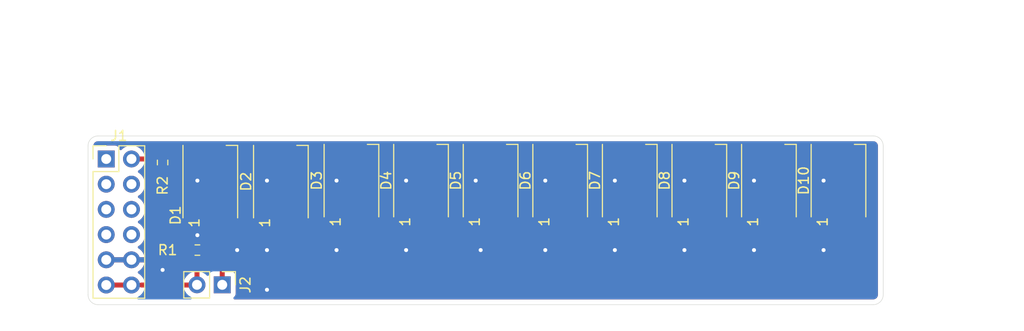
<source format=kicad_pcb>
(kicad_pcb (version 20171130) (host pcbnew 5.1.7-a382d34a8~88~ubuntu20.04.1)

  (general
    (thickness 1.6)
    (drawings 10)
    (tracks 81)
    (zones 0)
    (modules 14)
    (nets 23)
  )

  (page A4)
  (layers
    (0 F.Cu signal)
    (31 B.Cu signal)
    (32 B.Adhes user)
    (33 F.Adhes user)
    (34 B.Paste user)
    (35 F.Paste user)
    (36 B.SilkS user)
    (37 F.SilkS user)
    (38 B.Mask user)
    (39 F.Mask user)
    (40 Dwgs.User user)
    (41 Cmts.User user)
    (42 Eco1.User user)
    (43 Eco2.User user)
    (44 Edge.Cuts user)
    (45 Margin user)
    (46 B.CrtYd user)
    (47 F.CrtYd user)
    (48 B.Fab user)
    (49 F.Fab user)
  )

  (setup
    (last_trace_width 0.5)
    (user_trace_width 0.25)
    (user_trace_width 0.5)
    (trace_clearance 0.2)
    (zone_clearance 0.508)
    (zone_45_only no)
    (trace_min 0.2)
    (via_size 0.8)
    (via_drill 0.4)
    (via_min_size 0.4)
    (via_min_drill 0.3)
    (uvia_size 0.3)
    (uvia_drill 0.1)
    (uvias_allowed no)
    (uvia_min_size 0.2)
    (uvia_min_drill 0.1)
    (edge_width 0.05)
    (segment_width 0.2)
    (pcb_text_width 0.3)
    (pcb_text_size 1.5 1.5)
    (mod_edge_width 0.12)
    (mod_text_size 1 1)
    (mod_text_width 0.15)
    (pad_size 1.524 1.524)
    (pad_drill 0.762)
    (pad_to_mask_clearance 0)
    (aux_axis_origin 0 0)
    (visible_elements FFFFFF7F)
    (pcbplotparams
      (layerselection 0x010fc_ffffffff)
      (usegerberextensions false)
      (usegerberattributes true)
      (usegerberadvancedattributes true)
      (creategerberjobfile true)
      (excludeedgelayer true)
      (linewidth 0.100000)
      (plotframeref false)
      (viasonmask false)
      (mode 1)
      (useauxorigin false)
      (hpglpennumber 1)
      (hpglpenspeed 20)
      (hpglpendiameter 15.000000)
      (psnegative false)
      (psa4output false)
      (plotreference true)
      (plotvalue true)
      (plotinvisibletext false)
      (padsonsilk false)
      (subtractmaskfromsilk false)
      (outputformat 1)
      (mirror false)
      (drillshape 1)
      (scaleselection 1)
      (outputdirectory ""))
  )

  (net 0 "")
  (net 1 VCC)
  (net 2 "Net-(D1-Pad2)")
  (net 3 Din_Vcc)
  (net 4 GND)
  (net 5 "Net-(D2-Pad2)")
  (net 6 "Net-(D3-Pad2)")
  (net 7 "Net-(D4-Pad2)")
  (net 8 "Net-(D5-Pad2)")
  (net 9 "Net-(D6-Pad2)")
  (net 10 "Net-(D7-Pad2)")
  (net 11 "Net-(D8-Pad2)")
  (net 12 "Net-(D10-Pad4)")
  (net 13 "Net-(D10-Pad2)")
  (net 14 Din_3v3)
  (net 15 +3V3)
  (net 16 "Net-(J1-Pad4)")
  (net 17 "Net-(J1-Pad3)")
  (net 18 "Net-(J1-Pad1)")
  (net 19 "Net-(J1-Pad8)")
  (net 20 "Net-(J1-Pad7)")
  (net 21 "Net-(J1-Pad6)")
  (net 22 "Net-(J1-Pad5)")

  (net_class Default "This is the default net class."
    (clearance 0.2)
    (trace_width 0.25)
    (via_dia 0.8)
    (via_drill 0.4)
    (uvia_dia 0.3)
    (uvia_drill 0.1)
    (add_net +3V3)
    (add_net Din_3v3)
    (add_net Din_Vcc)
    (add_net GND)
    (add_net "Net-(D1-Pad2)")
    (add_net "Net-(D10-Pad2)")
    (add_net "Net-(D10-Pad4)")
    (add_net "Net-(D2-Pad2)")
    (add_net "Net-(D3-Pad2)")
    (add_net "Net-(D4-Pad2)")
    (add_net "Net-(D5-Pad2)")
    (add_net "Net-(D6-Pad2)")
    (add_net "Net-(D7-Pad2)")
    (add_net "Net-(D8-Pad2)")
    (add_net "Net-(J1-Pad1)")
    (add_net "Net-(J1-Pad3)")
    (add_net "Net-(J1-Pad4)")
    (add_net "Net-(J1-Pad5)")
    (add_net "Net-(J1-Pad6)")
    (add_net "Net-(J1-Pad7)")
    (add_net "Net-(J1-Pad8)")
    (add_net VCC)
  )

  (module Resistor_SMD:R_0603_1608Metric (layer F.Cu) (tedit 5F68FEEE) (tstamp 6087026A)
    (at 115.5 96.675 270)
    (descr "Resistor SMD 0603 (1608 Metric), square (rectangular) end terminal, IPC_7351 nominal, (Body size source: IPC-SM-782 page 72, https://www.pcb-3d.com/wordpress/wp-content/uploads/ipc-sm-782a_amendment_1_and_2.pdf), generated with kicad-footprint-generator")
    (tags resistor)
    (path /6088B93D)
    (attr smd)
    (fp_text reference R2 (at 2.325 0 90) (layer F.SilkS)
      (effects (font (size 1 1) (thickness 0.15)))
    )
    (fp_text value 0 (at 0 1.43 90) (layer F.Fab)
      (effects (font (size 1 1) (thickness 0.15)))
    )
    (fp_line (start 1.48 0.73) (end -1.48 0.73) (layer F.CrtYd) (width 0.05))
    (fp_line (start 1.48 -0.73) (end 1.48 0.73) (layer F.CrtYd) (width 0.05))
    (fp_line (start -1.48 -0.73) (end 1.48 -0.73) (layer F.CrtYd) (width 0.05))
    (fp_line (start -1.48 0.73) (end -1.48 -0.73) (layer F.CrtYd) (width 0.05))
    (fp_line (start -0.237258 0.5225) (end 0.237258 0.5225) (layer F.SilkS) (width 0.12))
    (fp_line (start -0.237258 -0.5225) (end 0.237258 -0.5225) (layer F.SilkS) (width 0.12))
    (fp_line (start 0.8 0.4125) (end -0.8 0.4125) (layer F.Fab) (width 0.1))
    (fp_line (start 0.8 -0.4125) (end 0.8 0.4125) (layer F.Fab) (width 0.1))
    (fp_line (start -0.8 -0.4125) (end 0.8 -0.4125) (layer F.Fab) (width 0.1))
    (fp_line (start -0.8 0.4125) (end -0.8 -0.4125) (layer F.Fab) (width 0.1))
    (fp_text user %R (at 0 0 90) (layer F.Fab)
      (effects (font (size 0.4 0.4) (thickness 0.06)))
    )
    (pad 2 smd roundrect (at 0.825 0 270) (size 0.8 0.95) (layers F.Cu F.Paste F.Mask) (roundrect_rratio 0.25)
      (net 14 Din_3v3))
    (pad 1 smd roundrect (at -0.825 0 270) (size 0.8 0.95) (layers F.Cu F.Paste F.Mask) (roundrect_rratio 0.25)
      (net 3 Din_Vcc))
    (model ${KISYS3DMOD}/Resistor_SMD.3dshapes/R_0603_1608Metric.wrl
      (at (xyz 0 0 0))
      (scale (xyz 1 1 1))
      (rotate (xyz 0 0 0))
    )
  )

  (module Resistor_SMD:R_0603_1608Metric (layer F.Cu) (tedit 5F68FEEE) (tstamp 60870259)
    (at 119 105.5 180)
    (descr "Resistor SMD 0603 (1608 Metric), square (rectangular) end terminal, IPC_7351 nominal, (Body size source: IPC-SM-782 page 72, https://www.pcb-3d.com/wordpress/wp-content/uploads/ipc-sm-782a_amendment_1_and_2.pdf), generated with kicad-footprint-generator")
    (tags resistor)
    (path /608892A1)
    (attr smd)
    (fp_text reference R1 (at 3 0) (layer F.SilkS)
      (effects (font (size 1 1) (thickness 0.15)))
    )
    (fp_text value 0 (at 0 1.43) (layer F.Fab)
      (effects (font (size 1 1) (thickness 0.15)))
    )
    (fp_line (start 1.48 0.73) (end -1.48 0.73) (layer F.CrtYd) (width 0.05))
    (fp_line (start 1.48 -0.73) (end 1.48 0.73) (layer F.CrtYd) (width 0.05))
    (fp_line (start -1.48 -0.73) (end 1.48 -0.73) (layer F.CrtYd) (width 0.05))
    (fp_line (start -1.48 0.73) (end -1.48 -0.73) (layer F.CrtYd) (width 0.05))
    (fp_line (start -0.237258 0.5225) (end 0.237258 0.5225) (layer F.SilkS) (width 0.12))
    (fp_line (start -0.237258 -0.5225) (end 0.237258 -0.5225) (layer F.SilkS) (width 0.12))
    (fp_line (start 0.8 0.4125) (end -0.8 0.4125) (layer F.Fab) (width 0.1))
    (fp_line (start 0.8 -0.4125) (end 0.8 0.4125) (layer F.Fab) (width 0.1))
    (fp_line (start -0.8 -0.4125) (end 0.8 -0.4125) (layer F.Fab) (width 0.1))
    (fp_line (start -0.8 0.4125) (end -0.8 -0.4125) (layer F.Fab) (width 0.1))
    (fp_text user %R (at 0 0) (layer F.Fab)
      (effects (font (size 0.4 0.4) (thickness 0.06)))
    )
    (pad 2 smd roundrect (at 0.825 0 180) (size 0.8 0.95) (layers F.Cu F.Paste F.Mask) (roundrect_rratio 0.25)
      (net 15 +3V3))
    (pad 1 smd roundrect (at -0.825 0 180) (size 0.8 0.95) (layers F.Cu F.Paste F.Mask) (roundrect_rratio 0.25)
      (net 1 VCC))
    (model ${KISYS3DMOD}/Resistor_SMD.3dshapes/R_0603_1608Metric.wrl
      (at (xyz 0 0 0))
      (scale (xyz 1 1 1))
      (rotate (xyz 0 0 0))
    )
  )

  (module Connector_PinHeader_2.54mm:PinHeader_1x02_P2.54mm_Vertical (layer F.Cu) (tedit 59FED5CC) (tstamp 6086E9AD)
    (at 121.5 109 270)
    (descr "Through hole straight pin header, 1x02, 2.54mm pitch, single row")
    (tags "Through hole pin header THT 1x02 2.54mm single row")
    (path /6088DD0B)
    (fp_text reference J2 (at 0 -2.33 90) (layer F.SilkS)
      (effects (font (size 1 1) (thickness 0.15)))
    )
    (fp_text value Conn_01x02 (at 0 4.87 90) (layer F.Fab)
      (effects (font (size 1 1) (thickness 0.15)))
    )
    (fp_line (start 1.8 -1.8) (end -1.8 -1.8) (layer F.CrtYd) (width 0.05))
    (fp_line (start 1.8 4.35) (end 1.8 -1.8) (layer F.CrtYd) (width 0.05))
    (fp_line (start -1.8 4.35) (end 1.8 4.35) (layer F.CrtYd) (width 0.05))
    (fp_line (start -1.8 -1.8) (end -1.8 4.35) (layer F.CrtYd) (width 0.05))
    (fp_line (start -1.33 -1.33) (end 0 -1.33) (layer F.SilkS) (width 0.12))
    (fp_line (start -1.33 0) (end -1.33 -1.33) (layer F.SilkS) (width 0.12))
    (fp_line (start -1.33 1.27) (end 1.33 1.27) (layer F.SilkS) (width 0.12))
    (fp_line (start 1.33 1.27) (end 1.33 3.87) (layer F.SilkS) (width 0.12))
    (fp_line (start -1.33 1.27) (end -1.33 3.87) (layer F.SilkS) (width 0.12))
    (fp_line (start -1.33 3.87) (end 1.33 3.87) (layer F.SilkS) (width 0.12))
    (fp_line (start -1.27 -0.635) (end -0.635 -1.27) (layer F.Fab) (width 0.1))
    (fp_line (start -1.27 3.81) (end -1.27 -0.635) (layer F.Fab) (width 0.1))
    (fp_line (start 1.27 3.81) (end -1.27 3.81) (layer F.Fab) (width 0.1))
    (fp_line (start 1.27 -1.27) (end 1.27 3.81) (layer F.Fab) (width 0.1))
    (fp_line (start -0.635 -1.27) (end 1.27 -1.27) (layer F.Fab) (width 0.1))
    (fp_text user %R (at 0 1.27) (layer F.Fab)
      (effects (font (size 1 1) (thickness 0.15)))
    )
    (pad 2 thru_hole oval (at 0 2.54 270) (size 1.7 1.7) (drill 1) (layers *.Cu *.Mask)
      (net 15 +3V3))
    (pad 1 thru_hole rect (at 0 0 270) (size 1.7 1.7) (drill 1) (layers *.Cu *.Mask)
      (net 1 VCC))
    (model ${KISYS3DMOD}/Connector_PinHeader_2.54mm.3dshapes/PinHeader_1x02_P2.54mm_Vertical.wrl
      (at (xyz 0 0 0))
      (scale (xyz 1 1 1))
      (rotate (xyz 0 0 0))
    )
  )

  (module Connector_PinHeader_2.54mm:PinHeader_2x06_P2.54mm_Vertical (layer F.Cu) (tedit 59FED5CC) (tstamp 6086E997)
    (at 109.83 96.32)
    (descr "Through hole straight pin header, 2x06, 2.54mm pitch, double rows")
    (tags "Through hole pin header THT 2x06 2.54mm double row")
    (path /608853A3)
    (fp_text reference J1 (at 1.27 -2.33) (layer F.SilkS)
      (effects (font (size 1 1) (thickness 0.15)))
    )
    (fp_text value Conn_02x06_Counter_Clockwise (at 1.27 15.03) (layer F.Fab)
      (effects (font (size 1 1) (thickness 0.15)))
    )
    (fp_line (start 4.35 -1.8) (end -1.8 -1.8) (layer F.CrtYd) (width 0.05))
    (fp_line (start 4.35 14.5) (end 4.35 -1.8) (layer F.CrtYd) (width 0.05))
    (fp_line (start -1.8 14.5) (end 4.35 14.5) (layer F.CrtYd) (width 0.05))
    (fp_line (start -1.8 -1.8) (end -1.8 14.5) (layer F.CrtYd) (width 0.05))
    (fp_line (start -1.33 -1.33) (end 0 -1.33) (layer F.SilkS) (width 0.12))
    (fp_line (start -1.33 0) (end -1.33 -1.33) (layer F.SilkS) (width 0.12))
    (fp_line (start 1.27 -1.33) (end 3.87 -1.33) (layer F.SilkS) (width 0.12))
    (fp_line (start 1.27 1.27) (end 1.27 -1.33) (layer F.SilkS) (width 0.12))
    (fp_line (start -1.33 1.27) (end 1.27 1.27) (layer F.SilkS) (width 0.12))
    (fp_line (start 3.87 -1.33) (end 3.87 14.03) (layer F.SilkS) (width 0.12))
    (fp_line (start -1.33 1.27) (end -1.33 14.03) (layer F.SilkS) (width 0.12))
    (fp_line (start -1.33 14.03) (end 3.87 14.03) (layer F.SilkS) (width 0.12))
    (fp_line (start -1.27 0) (end 0 -1.27) (layer F.Fab) (width 0.1))
    (fp_line (start -1.27 13.97) (end -1.27 0) (layer F.Fab) (width 0.1))
    (fp_line (start 3.81 13.97) (end -1.27 13.97) (layer F.Fab) (width 0.1))
    (fp_line (start 3.81 -1.27) (end 3.81 13.97) (layer F.Fab) (width 0.1))
    (fp_line (start 0 -1.27) (end 3.81 -1.27) (layer F.Fab) (width 0.1))
    (fp_text user %R (at 1.27 6.35 90) (layer F.Fab)
      (effects (font (size 1 1) (thickness 0.15)))
    )
    (pad 12 thru_hole oval (at 2.54 12.7) (size 1.7 1.7) (drill 1) (layers *.Cu *.Mask)
      (net 15 +3V3))
    (pad 11 thru_hole oval (at 0 12.7) (size 1.7 1.7) (drill 1) (layers *.Cu *.Mask)
      (net 15 +3V3))
    (pad 10 thru_hole oval (at 2.54 10.16) (size 1.7 1.7) (drill 1) (layers *.Cu *.Mask)
      (net 4 GND))
    (pad 9 thru_hole oval (at 0 10.16) (size 1.7 1.7) (drill 1) (layers *.Cu *.Mask)
      (net 4 GND))
    (pad 8 thru_hole oval (at 2.54 7.62) (size 1.7 1.7) (drill 1) (layers *.Cu *.Mask)
      (net 19 "Net-(J1-Pad8)"))
    (pad 7 thru_hole oval (at 0 7.62) (size 1.7 1.7) (drill 1) (layers *.Cu *.Mask)
      (net 20 "Net-(J1-Pad7)"))
    (pad 6 thru_hole oval (at 2.54 5.08) (size 1.7 1.7) (drill 1) (layers *.Cu *.Mask)
      (net 21 "Net-(J1-Pad6)"))
    (pad 5 thru_hole oval (at 0 5.08) (size 1.7 1.7) (drill 1) (layers *.Cu *.Mask)
      (net 22 "Net-(J1-Pad5)"))
    (pad 4 thru_hole oval (at 2.54 2.54) (size 1.7 1.7) (drill 1) (layers *.Cu *.Mask)
      (net 16 "Net-(J1-Pad4)"))
    (pad 3 thru_hole oval (at 0 2.54) (size 1.7 1.7) (drill 1) (layers *.Cu *.Mask)
      (net 17 "Net-(J1-Pad3)"))
    (pad 2 thru_hole oval (at 2.54 0) (size 1.7 1.7) (drill 1) (layers *.Cu *.Mask)
      (net 14 Din_3v3))
    (pad 1 thru_hole rect (at 0 0) (size 1.7 1.7) (drill 1) (layers *.Cu *.Mask)
      (net 18 "Net-(J1-Pad1)"))
    (model ${KISYS3DMOD}/Connector_PinHeader_2.54mm.3dshapes/PinHeader_2x06_P2.54mm_Vertical.wrl
      (at (xyz 0 0 0))
      (scale (xyz 1 1 1))
      (rotate (xyz 0 0 0))
    )
  )

  (module LED_SMD:LED_WS2812B_PLCC4_5.0x5.0mm_P3.2mm (layer F.Cu) (tedit 5AA4B285) (tstamp 6086E975)
    (at 183.5 98.5 90)
    (descr https://cdn-shop.adafruit.com/datasheets/WS2812B.pdf)
    (tags "LED RGB NeoPixel")
    (path /6087D9CA)
    (attr smd)
    (fp_text reference D10 (at 0 -3.5 90) (layer F.SilkS)
      (effects (font (size 1 1) (thickness 0.15)))
    )
    (fp_text value WS2812B (at 0 4 90) (layer F.Fab)
      (effects (font (size 1 1) (thickness 0.15)))
    )
    (fp_circle (center 0 0) (end 0 -2) (layer F.Fab) (width 0.1))
    (fp_line (start 3.65 2.75) (end 3.65 1.6) (layer F.SilkS) (width 0.12))
    (fp_line (start -3.65 2.75) (end 3.65 2.75) (layer F.SilkS) (width 0.12))
    (fp_line (start -3.65 -2.75) (end 3.65 -2.75) (layer F.SilkS) (width 0.12))
    (fp_line (start 2.5 -2.5) (end -2.5 -2.5) (layer F.Fab) (width 0.1))
    (fp_line (start 2.5 2.5) (end 2.5 -2.5) (layer F.Fab) (width 0.1))
    (fp_line (start -2.5 2.5) (end 2.5 2.5) (layer F.Fab) (width 0.1))
    (fp_line (start -2.5 -2.5) (end -2.5 2.5) (layer F.Fab) (width 0.1))
    (fp_line (start 2.5 1.5) (end 1.5 2.5) (layer F.Fab) (width 0.1))
    (fp_line (start -3.45 -2.75) (end -3.45 2.75) (layer F.CrtYd) (width 0.05))
    (fp_line (start -3.45 2.75) (end 3.45 2.75) (layer F.CrtYd) (width 0.05))
    (fp_line (start 3.45 2.75) (end 3.45 -2.75) (layer F.CrtYd) (width 0.05))
    (fp_line (start 3.45 -2.75) (end -3.45 -2.75) (layer F.CrtYd) (width 0.05))
    (fp_text user %R (at 0 0 90) (layer F.Fab)
      (effects (font (size 0.8 0.8) (thickness 0.15)))
    )
    (fp_text user 1 (at -4.15 -1.6 90) (layer F.SilkS)
      (effects (font (size 1 1) (thickness 0.15)))
    )
    (pad 1 smd rect (at -2.45 -1.6 90) (size 1.5 1) (layers F.Cu F.Paste F.Mask)
      (net 1 VCC))
    (pad 2 smd rect (at -2.45 1.6 90) (size 1.5 1) (layers F.Cu F.Paste F.Mask)
      (net 13 "Net-(D10-Pad2)"))
    (pad 4 smd rect (at 2.45 -1.6 90) (size 1.5 1) (layers F.Cu F.Paste F.Mask)
      (net 12 "Net-(D10-Pad4)"))
    (pad 3 smd rect (at 2.45 1.6 90) (size 1.5 1) (layers F.Cu F.Paste F.Mask)
      (net 4 GND))
    (model ${KISYS3DMOD}/LED_SMD.3dshapes/LED_WS2812B_PLCC4_5.0x5.0mm_P3.2mm.wrl
      (at (xyz 0 0 0))
      (scale (xyz 1 1 1))
      (rotate (xyz 0 0 0))
    )
  )

  (module LED_SMD:LED_WS2812B_PLCC4_5.0x5.0mm_P3.2mm (layer F.Cu) (tedit 5AA4B285) (tstamp 6086E95E)
    (at 176.5 98.5 90)
    (descr https://cdn-shop.adafruit.com/datasheets/WS2812B.pdf)
    (tags "LED RGB NeoPixel")
    (path /6087D9C4)
    (attr smd)
    (fp_text reference D9 (at 0 -3.5 90) (layer F.SilkS)
      (effects (font (size 1 1) (thickness 0.15)))
    )
    (fp_text value WS2812B (at 0 4 90) (layer F.Fab)
      (effects (font (size 1 1) (thickness 0.15)))
    )
    (fp_circle (center 0 0) (end 0 -2) (layer F.Fab) (width 0.1))
    (fp_line (start 3.65 2.75) (end 3.65 1.6) (layer F.SilkS) (width 0.12))
    (fp_line (start -3.65 2.75) (end 3.65 2.75) (layer F.SilkS) (width 0.12))
    (fp_line (start -3.65 -2.75) (end 3.65 -2.75) (layer F.SilkS) (width 0.12))
    (fp_line (start 2.5 -2.5) (end -2.5 -2.5) (layer F.Fab) (width 0.1))
    (fp_line (start 2.5 2.5) (end 2.5 -2.5) (layer F.Fab) (width 0.1))
    (fp_line (start -2.5 2.5) (end 2.5 2.5) (layer F.Fab) (width 0.1))
    (fp_line (start -2.5 -2.5) (end -2.5 2.5) (layer F.Fab) (width 0.1))
    (fp_line (start 2.5 1.5) (end 1.5 2.5) (layer F.Fab) (width 0.1))
    (fp_line (start -3.45 -2.75) (end -3.45 2.75) (layer F.CrtYd) (width 0.05))
    (fp_line (start -3.45 2.75) (end 3.45 2.75) (layer F.CrtYd) (width 0.05))
    (fp_line (start 3.45 2.75) (end 3.45 -2.75) (layer F.CrtYd) (width 0.05))
    (fp_line (start 3.45 -2.75) (end -3.45 -2.75) (layer F.CrtYd) (width 0.05))
    (fp_text user %R (at 0 0 90) (layer F.Fab)
      (effects (font (size 0.8 0.8) (thickness 0.15)))
    )
    (fp_text user 1 (at -4.15 -1.6 90) (layer F.SilkS)
      (effects (font (size 1 1) (thickness 0.15)))
    )
    (pad 1 smd rect (at -2.45 -1.6 90) (size 1.5 1) (layers F.Cu F.Paste F.Mask)
      (net 1 VCC))
    (pad 2 smd rect (at -2.45 1.6 90) (size 1.5 1) (layers F.Cu F.Paste F.Mask)
      (net 12 "Net-(D10-Pad4)"))
    (pad 4 smd rect (at 2.45 -1.6 90) (size 1.5 1) (layers F.Cu F.Paste F.Mask)
      (net 11 "Net-(D8-Pad2)"))
    (pad 3 smd rect (at 2.45 1.6 90) (size 1.5 1) (layers F.Cu F.Paste F.Mask)
      (net 4 GND))
    (model ${KISYS3DMOD}/LED_SMD.3dshapes/LED_WS2812B_PLCC4_5.0x5.0mm_P3.2mm.wrl
      (at (xyz 0 0 0))
      (scale (xyz 1 1 1))
      (rotate (xyz 0 0 0))
    )
  )

  (module LED_SMD:LED_WS2812B_PLCC4_5.0x5.0mm_P3.2mm (layer F.Cu) (tedit 5AA4B285) (tstamp 6086E947)
    (at 169.5 98.5 90)
    (descr https://cdn-shop.adafruit.com/datasheets/WS2812B.pdf)
    (tags "LED RGB NeoPixel")
    (path /6087D9BE)
    (attr smd)
    (fp_text reference D8 (at 0 -3.5 90) (layer F.SilkS)
      (effects (font (size 1 1) (thickness 0.15)))
    )
    (fp_text value WS2812B (at 0 4 90) (layer F.Fab)
      (effects (font (size 1 1) (thickness 0.15)))
    )
    (fp_circle (center 0 0) (end 0 -2) (layer F.Fab) (width 0.1))
    (fp_line (start 3.65 2.75) (end 3.65 1.6) (layer F.SilkS) (width 0.12))
    (fp_line (start -3.65 2.75) (end 3.65 2.75) (layer F.SilkS) (width 0.12))
    (fp_line (start -3.65 -2.75) (end 3.65 -2.75) (layer F.SilkS) (width 0.12))
    (fp_line (start 2.5 -2.5) (end -2.5 -2.5) (layer F.Fab) (width 0.1))
    (fp_line (start 2.5 2.5) (end 2.5 -2.5) (layer F.Fab) (width 0.1))
    (fp_line (start -2.5 2.5) (end 2.5 2.5) (layer F.Fab) (width 0.1))
    (fp_line (start -2.5 -2.5) (end -2.5 2.5) (layer F.Fab) (width 0.1))
    (fp_line (start 2.5 1.5) (end 1.5 2.5) (layer F.Fab) (width 0.1))
    (fp_line (start -3.45 -2.75) (end -3.45 2.75) (layer F.CrtYd) (width 0.05))
    (fp_line (start -3.45 2.75) (end 3.45 2.75) (layer F.CrtYd) (width 0.05))
    (fp_line (start 3.45 2.75) (end 3.45 -2.75) (layer F.CrtYd) (width 0.05))
    (fp_line (start 3.45 -2.75) (end -3.45 -2.75) (layer F.CrtYd) (width 0.05))
    (fp_text user %R (at 0 0 90) (layer F.Fab)
      (effects (font (size 0.8 0.8) (thickness 0.15)))
    )
    (fp_text user 1 (at -4.15 -1.6 90) (layer F.SilkS)
      (effects (font (size 1 1) (thickness 0.15)))
    )
    (pad 1 smd rect (at -2.45 -1.6 90) (size 1.5 1) (layers F.Cu F.Paste F.Mask)
      (net 1 VCC))
    (pad 2 smd rect (at -2.45 1.6 90) (size 1.5 1) (layers F.Cu F.Paste F.Mask)
      (net 11 "Net-(D8-Pad2)"))
    (pad 4 smd rect (at 2.45 -1.6 90) (size 1.5 1) (layers F.Cu F.Paste F.Mask)
      (net 10 "Net-(D7-Pad2)"))
    (pad 3 smd rect (at 2.45 1.6 90) (size 1.5 1) (layers F.Cu F.Paste F.Mask)
      (net 4 GND))
    (model ${KISYS3DMOD}/LED_SMD.3dshapes/LED_WS2812B_PLCC4_5.0x5.0mm_P3.2mm.wrl
      (at (xyz 0 0 0))
      (scale (xyz 1 1 1))
      (rotate (xyz 0 0 0))
    )
  )

  (module LED_SMD:LED_WS2812B_PLCC4_5.0x5.0mm_P3.2mm (layer F.Cu) (tedit 5AA4B285) (tstamp 6086E930)
    (at 162.5 98.5 90)
    (descr https://cdn-shop.adafruit.com/datasheets/WS2812B.pdf)
    (tags "LED RGB NeoPixel")
    (path /6087D9B8)
    (attr smd)
    (fp_text reference D7 (at 0 -3.5 90) (layer F.SilkS)
      (effects (font (size 1 1) (thickness 0.15)))
    )
    (fp_text value WS2812B (at 0 4 90) (layer F.Fab)
      (effects (font (size 1 1) (thickness 0.15)))
    )
    (fp_circle (center 0 0) (end 0 -2) (layer F.Fab) (width 0.1))
    (fp_line (start 3.65 2.75) (end 3.65 1.6) (layer F.SilkS) (width 0.12))
    (fp_line (start -3.65 2.75) (end 3.65 2.75) (layer F.SilkS) (width 0.12))
    (fp_line (start -3.65 -2.75) (end 3.65 -2.75) (layer F.SilkS) (width 0.12))
    (fp_line (start 2.5 -2.5) (end -2.5 -2.5) (layer F.Fab) (width 0.1))
    (fp_line (start 2.5 2.5) (end 2.5 -2.5) (layer F.Fab) (width 0.1))
    (fp_line (start -2.5 2.5) (end 2.5 2.5) (layer F.Fab) (width 0.1))
    (fp_line (start -2.5 -2.5) (end -2.5 2.5) (layer F.Fab) (width 0.1))
    (fp_line (start 2.5 1.5) (end 1.5 2.5) (layer F.Fab) (width 0.1))
    (fp_line (start -3.45 -2.75) (end -3.45 2.75) (layer F.CrtYd) (width 0.05))
    (fp_line (start -3.45 2.75) (end 3.45 2.75) (layer F.CrtYd) (width 0.05))
    (fp_line (start 3.45 2.75) (end 3.45 -2.75) (layer F.CrtYd) (width 0.05))
    (fp_line (start 3.45 -2.75) (end -3.45 -2.75) (layer F.CrtYd) (width 0.05))
    (fp_text user %R (at 0 0 90) (layer F.Fab)
      (effects (font (size 0.8 0.8) (thickness 0.15)))
    )
    (fp_text user 1 (at -4.15 -1.6 90) (layer F.SilkS)
      (effects (font (size 1 1) (thickness 0.15)))
    )
    (pad 1 smd rect (at -2.45 -1.6 90) (size 1.5 1) (layers F.Cu F.Paste F.Mask)
      (net 1 VCC))
    (pad 2 smd rect (at -2.45 1.6 90) (size 1.5 1) (layers F.Cu F.Paste F.Mask)
      (net 10 "Net-(D7-Pad2)"))
    (pad 4 smd rect (at 2.45 -1.6 90) (size 1.5 1) (layers F.Cu F.Paste F.Mask)
      (net 9 "Net-(D6-Pad2)"))
    (pad 3 smd rect (at 2.45 1.6 90) (size 1.5 1) (layers F.Cu F.Paste F.Mask)
      (net 4 GND))
    (model ${KISYS3DMOD}/LED_SMD.3dshapes/LED_WS2812B_PLCC4_5.0x5.0mm_P3.2mm.wrl
      (at (xyz 0 0 0))
      (scale (xyz 1 1 1))
      (rotate (xyz 0 0 0))
    )
  )

  (module LED_SMD:LED_WS2812B_PLCC4_5.0x5.0mm_P3.2mm (layer F.Cu) (tedit 5AA4B285) (tstamp 6086E919)
    (at 155.5 98.5 90)
    (descr https://cdn-shop.adafruit.com/datasheets/WS2812B.pdf)
    (tags "LED RGB NeoPixel")
    (path /6087D9B2)
    (attr smd)
    (fp_text reference D6 (at 0 -3.5 90) (layer F.SilkS)
      (effects (font (size 1 1) (thickness 0.15)))
    )
    (fp_text value WS2812B (at 0 4 90) (layer F.Fab)
      (effects (font (size 1 1) (thickness 0.15)))
    )
    (fp_circle (center 0 0) (end 0 -2) (layer F.Fab) (width 0.1))
    (fp_line (start 3.65 2.75) (end 3.65 1.6) (layer F.SilkS) (width 0.12))
    (fp_line (start -3.65 2.75) (end 3.65 2.75) (layer F.SilkS) (width 0.12))
    (fp_line (start -3.65 -2.75) (end 3.65 -2.75) (layer F.SilkS) (width 0.12))
    (fp_line (start 2.5 -2.5) (end -2.5 -2.5) (layer F.Fab) (width 0.1))
    (fp_line (start 2.5 2.5) (end 2.5 -2.5) (layer F.Fab) (width 0.1))
    (fp_line (start -2.5 2.5) (end 2.5 2.5) (layer F.Fab) (width 0.1))
    (fp_line (start -2.5 -2.5) (end -2.5 2.5) (layer F.Fab) (width 0.1))
    (fp_line (start 2.5 1.5) (end 1.5 2.5) (layer F.Fab) (width 0.1))
    (fp_line (start -3.45 -2.75) (end -3.45 2.75) (layer F.CrtYd) (width 0.05))
    (fp_line (start -3.45 2.75) (end 3.45 2.75) (layer F.CrtYd) (width 0.05))
    (fp_line (start 3.45 2.75) (end 3.45 -2.75) (layer F.CrtYd) (width 0.05))
    (fp_line (start 3.45 -2.75) (end -3.45 -2.75) (layer F.CrtYd) (width 0.05))
    (fp_text user %R (at 0 0 90) (layer F.Fab)
      (effects (font (size 0.8 0.8) (thickness 0.15)))
    )
    (fp_text user 1 (at -4.15 -1.6 90) (layer F.SilkS)
      (effects (font (size 1 1) (thickness 0.15)))
    )
    (pad 1 smd rect (at -2.45 -1.6 90) (size 1.5 1) (layers F.Cu F.Paste F.Mask)
      (net 1 VCC))
    (pad 2 smd rect (at -2.45 1.6 90) (size 1.5 1) (layers F.Cu F.Paste F.Mask)
      (net 9 "Net-(D6-Pad2)"))
    (pad 4 smd rect (at 2.45 -1.6 90) (size 1.5 1) (layers F.Cu F.Paste F.Mask)
      (net 8 "Net-(D5-Pad2)"))
    (pad 3 smd rect (at 2.45 1.6 90) (size 1.5 1) (layers F.Cu F.Paste F.Mask)
      (net 4 GND))
    (model ${KISYS3DMOD}/LED_SMD.3dshapes/LED_WS2812B_PLCC4_5.0x5.0mm_P3.2mm.wrl
      (at (xyz 0 0 0))
      (scale (xyz 1 1 1))
      (rotate (xyz 0 0 0))
    )
  )

  (module LED_SMD:LED_WS2812B_PLCC4_5.0x5.0mm_P3.2mm (layer F.Cu) (tedit 5AA4B285) (tstamp 6086E902)
    (at 148.5 98.5 90)
    (descr https://cdn-shop.adafruit.com/datasheets/WS2812B.pdf)
    (tags "LED RGB NeoPixel")
    (path /60870A95)
    (attr smd)
    (fp_text reference D5 (at 0 -3.5 90) (layer F.SilkS)
      (effects (font (size 1 1) (thickness 0.15)))
    )
    (fp_text value WS2812B (at 0 4 90) (layer F.Fab)
      (effects (font (size 1 1) (thickness 0.15)))
    )
    (fp_circle (center 0 0) (end 0 -2) (layer F.Fab) (width 0.1))
    (fp_line (start 3.65 2.75) (end 3.65 1.6) (layer F.SilkS) (width 0.12))
    (fp_line (start -3.65 2.75) (end 3.65 2.75) (layer F.SilkS) (width 0.12))
    (fp_line (start -3.65 -2.75) (end 3.65 -2.75) (layer F.SilkS) (width 0.12))
    (fp_line (start 2.5 -2.5) (end -2.5 -2.5) (layer F.Fab) (width 0.1))
    (fp_line (start 2.5 2.5) (end 2.5 -2.5) (layer F.Fab) (width 0.1))
    (fp_line (start -2.5 2.5) (end 2.5 2.5) (layer F.Fab) (width 0.1))
    (fp_line (start -2.5 -2.5) (end -2.5 2.5) (layer F.Fab) (width 0.1))
    (fp_line (start 2.5 1.5) (end 1.5 2.5) (layer F.Fab) (width 0.1))
    (fp_line (start -3.45 -2.75) (end -3.45 2.75) (layer F.CrtYd) (width 0.05))
    (fp_line (start -3.45 2.75) (end 3.45 2.75) (layer F.CrtYd) (width 0.05))
    (fp_line (start 3.45 2.75) (end 3.45 -2.75) (layer F.CrtYd) (width 0.05))
    (fp_line (start 3.45 -2.75) (end -3.45 -2.75) (layer F.CrtYd) (width 0.05))
    (fp_text user %R (at 0 0 90) (layer F.Fab)
      (effects (font (size 0.8 0.8) (thickness 0.15)))
    )
    (fp_text user 1 (at -4.15 -1.6 90) (layer F.SilkS)
      (effects (font (size 1 1) (thickness 0.15)))
    )
    (pad 1 smd rect (at -2.45 -1.6 90) (size 1.5 1) (layers F.Cu F.Paste F.Mask)
      (net 1 VCC))
    (pad 2 smd rect (at -2.45 1.6 90) (size 1.5 1) (layers F.Cu F.Paste F.Mask)
      (net 8 "Net-(D5-Pad2)"))
    (pad 4 smd rect (at 2.45 -1.6 90) (size 1.5 1) (layers F.Cu F.Paste F.Mask)
      (net 7 "Net-(D4-Pad2)"))
    (pad 3 smd rect (at 2.45 1.6 90) (size 1.5 1) (layers F.Cu F.Paste F.Mask)
      (net 4 GND))
    (model ${KISYS3DMOD}/LED_SMD.3dshapes/LED_WS2812B_PLCC4_5.0x5.0mm_P3.2mm.wrl
      (at (xyz 0 0 0))
      (scale (xyz 1 1 1))
      (rotate (xyz 0 0 0))
    )
  )

  (module LED_SMD:LED_WS2812B_PLCC4_5.0x5.0mm_P3.2mm (layer F.Cu) (tedit 5AA4B285) (tstamp 6086E8EB)
    (at 141.5 98.5 90)
    (descr https://cdn-shop.adafruit.com/datasheets/WS2812B.pdf)
    (tags "LED RGB NeoPixel")
    (path /6086FE7D)
    (attr smd)
    (fp_text reference D4 (at 0 -3.5 90) (layer F.SilkS)
      (effects (font (size 1 1) (thickness 0.15)))
    )
    (fp_text value WS2812B (at 0 4 90) (layer F.Fab)
      (effects (font (size 1 1) (thickness 0.15)))
    )
    (fp_circle (center 0 0) (end 0 -2) (layer F.Fab) (width 0.1))
    (fp_line (start 3.65 2.75) (end 3.65 1.6) (layer F.SilkS) (width 0.12))
    (fp_line (start -3.65 2.75) (end 3.65 2.75) (layer F.SilkS) (width 0.12))
    (fp_line (start -3.65 -2.75) (end 3.65 -2.75) (layer F.SilkS) (width 0.12))
    (fp_line (start 2.5 -2.5) (end -2.5 -2.5) (layer F.Fab) (width 0.1))
    (fp_line (start 2.5 2.5) (end 2.5 -2.5) (layer F.Fab) (width 0.1))
    (fp_line (start -2.5 2.5) (end 2.5 2.5) (layer F.Fab) (width 0.1))
    (fp_line (start -2.5 -2.5) (end -2.5 2.5) (layer F.Fab) (width 0.1))
    (fp_line (start 2.5 1.5) (end 1.5 2.5) (layer F.Fab) (width 0.1))
    (fp_line (start -3.45 -2.75) (end -3.45 2.75) (layer F.CrtYd) (width 0.05))
    (fp_line (start -3.45 2.75) (end 3.45 2.75) (layer F.CrtYd) (width 0.05))
    (fp_line (start 3.45 2.75) (end 3.45 -2.75) (layer F.CrtYd) (width 0.05))
    (fp_line (start 3.45 -2.75) (end -3.45 -2.75) (layer F.CrtYd) (width 0.05))
    (fp_text user %R (at 0 0 90) (layer F.Fab)
      (effects (font (size 0.8 0.8) (thickness 0.15)))
    )
    (fp_text user 1 (at -4.15 -1.6 90) (layer F.SilkS)
      (effects (font (size 1 1) (thickness 0.15)))
    )
    (pad 1 smd rect (at -2.45 -1.6 90) (size 1.5 1) (layers F.Cu F.Paste F.Mask)
      (net 1 VCC))
    (pad 2 smd rect (at -2.45 1.6 90) (size 1.5 1) (layers F.Cu F.Paste F.Mask)
      (net 7 "Net-(D4-Pad2)"))
    (pad 4 smd rect (at 2.45 -1.6 90) (size 1.5 1) (layers F.Cu F.Paste F.Mask)
      (net 6 "Net-(D3-Pad2)"))
    (pad 3 smd rect (at 2.45 1.6 90) (size 1.5 1) (layers F.Cu F.Paste F.Mask)
      (net 4 GND))
    (model ${KISYS3DMOD}/LED_SMD.3dshapes/LED_WS2812B_PLCC4_5.0x5.0mm_P3.2mm.wrl
      (at (xyz 0 0 0))
      (scale (xyz 1 1 1))
      (rotate (xyz 0 0 0))
    )
  )

  (module LED_SMD:LED_WS2812B_PLCC4_5.0x5.0mm_P3.2mm (layer F.Cu) (tedit 5AA4B285) (tstamp 6086E8D4)
    (at 134.5 98.5 90)
    (descr https://cdn-shop.adafruit.com/datasheets/WS2812B.pdf)
    (tags "LED RGB NeoPixel")
    (path /6086FE77)
    (attr smd)
    (fp_text reference D3 (at 0 -3.5 90) (layer F.SilkS)
      (effects (font (size 1 1) (thickness 0.15)))
    )
    (fp_text value WS2812B (at 0 4 90) (layer F.Fab)
      (effects (font (size 1 1) (thickness 0.15)))
    )
    (fp_circle (center 0 0) (end 0 -2) (layer F.Fab) (width 0.1))
    (fp_line (start 3.65 2.75) (end 3.65 1.6) (layer F.SilkS) (width 0.12))
    (fp_line (start -3.65 2.75) (end 3.65 2.75) (layer F.SilkS) (width 0.12))
    (fp_line (start -3.65 -2.75) (end 3.65 -2.75) (layer F.SilkS) (width 0.12))
    (fp_line (start 2.5 -2.5) (end -2.5 -2.5) (layer F.Fab) (width 0.1))
    (fp_line (start 2.5 2.5) (end 2.5 -2.5) (layer F.Fab) (width 0.1))
    (fp_line (start -2.5 2.5) (end 2.5 2.5) (layer F.Fab) (width 0.1))
    (fp_line (start -2.5 -2.5) (end -2.5 2.5) (layer F.Fab) (width 0.1))
    (fp_line (start 2.5 1.5) (end 1.5 2.5) (layer F.Fab) (width 0.1))
    (fp_line (start -3.45 -2.75) (end -3.45 2.75) (layer F.CrtYd) (width 0.05))
    (fp_line (start -3.45 2.75) (end 3.45 2.75) (layer F.CrtYd) (width 0.05))
    (fp_line (start 3.45 2.75) (end 3.45 -2.75) (layer F.CrtYd) (width 0.05))
    (fp_line (start 3.45 -2.75) (end -3.45 -2.75) (layer F.CrtYd) (width 0.05))
    (fp_text user %R (at 0 0 90) (layer F.Fab)
      (effects (font (size 0.8 0.8) (thickness 0.15)))
    )
    (fp_text user 1 (at -4.15 -1.6 90) (layer F.SilkS)
      (effects (font (size 1 1) (thickness 0.15)))
    )
    (pad 1 smd rect (at -2.45 -1.6 90) (size 1.5 1) (layers F.Cu F.Paste F.Mask)
      (net 1 VCC))
    (pad 2 smd rect (at -2.45 1.6 90) (size 1.5 1) (layers F.Cu F.Paste F.Mask)
      (net 6 "Net-(D3-Pad2)"))
    (pad 4 smd rect (at 2.45 -1.6 90) (size 1.5 1) (layers F.Cu F.Paste F.Mask)
      (net 5 "Net-(D2-Pad2)"))
    (pad 3 smd rect (at 2.45 1.6 90) (size 1.5 1) (layers F.Cu F.Paste F.Mask)
      (net 4 GND))
    (model ${KISYS3DMOD}/LED_SMD.3dshapes/LED_WS2812B_PLCC4_5.0x5.0mm_P3.2mm.wrl
      (at (xyz 0 0 0))
      (scale (xyz 1 1 1))
      (rotate (xyz 0 0 0))
    )
  )

  (module LED_SMD:LED_WS2812B_PLCC4_5.0x5.0mm_P3.2mm (layer F.Cu) (tedit 5AA4B285) (tstamp 6086E8BD)
    (at 127.4 98.6 90)
    (descr https://cdn-shop.adafruit.com/datasheets/WS2812B.pdf)
    (tags "LED RGB NeoPixel")
    (path /6086ED23)
    (attr smd)
    (fp_text reference D2 (at 0 -3.5 90) (layer F.SilkS)
      (effects (font (size 1 1) (thickness 0.15)))
    )
    (fp_text value WS2812B (at 0 4 90) (layer F.Fab)
      (effects (font (size 1 1) (thickness 0.15)))
    )
    (fp_circle (center 0 0) (end 0 -2) (layer F.Fab) (width 0.1))
    (fp_line (start 3.65 2.75) (end 3.65 1.6) (layer F.SilkS) (width 0.12))
    (fp_line (start -3.65 2.75) (end 3.65 2.75) (layer F.SilkS) (width 0.12))
    (fp_line (start -3.65 -2.75) (end 3.65 -2.75) (layer F.SilkS) (width 0.12))
    (fp_line (start 2.5 -2.5) (end -2.5 -2.5) (layer F.Fab) (width 0.1))
    (fp_line (start 2.5 2.5) (end 2.5 -2.5) (layer F.Fab) (width 0.1))
    (fp_line (start -2.5 2.5) (end 2.5 2.5) (layer F.Fab) (width 0.1))
    (fp_line (start -2.5 -2.5) (end -2.5 2.5) (layer F.Fab) (width 0.1))
    (fp_line (start 2.5 1.5) (end 1.5 2.5) (layer F.Fab) (width 0.1))
    (fp_line (start -3.45 -2.75) (end -3.45 2.75) (layer F.CrtYd) (width 0.05))
    (fp_line (start -3.45 2.75) (end 3.45 2.75) (layer F.CrtYd) (width 0.05))
    (fp_line (start 3.45 2.75) (end 3.45 -2.75) (layer F.CrtYd) (width 0.05))
    (fp_line (start 3.45 -2.75) (end -3.45 -2.75) (layer F.CrtYd) (width 0.05))
    (fp_text user %R (at 0 0 90) (layer F.Fab)
      (effects (font (size 0.8 0.8) (thickness 0.15)))
    )
    (fp_text user 1 (at -4.15 -1.6 90) (layer F.SilkS)
      (effects (font (size 1 1) (thickness 0.15)))
    )
    (pad 1 smd rect (at -2.45 -1.6 90) (size 1.5 1) (layers F.Cu F.Paste F.Mask)
      (net 1 VCC))
    (pad 2 smd rect (at -2.45 1.6 90) (size 1.5 1) (layers F.Cu F.Paste F.Mask)
      (net 5 "Net-(D2-Pad2)"))
    (pad 4 smd rect (at 2.45 -1.6 90) (size 1.5 1) (layers F.Cu F.Paste F.Mask)
      (net 2 "Net-(D1-Pad2)"))
    (pad 3 smd rect (at 2.45 1.6 90) (size 1.5 1) (layers F.Cu F.Paste F.Mask)
      (net 4 GND))
    (model ${KISYS3DMOD}/LED_SMD.3dshapes/LED_WS2812B_PLCC4_5.0x5.0mm_P3.2mm.wrl
      (at (xyz 0 0 0))
      (scale (xyz 1 1 1))
      (rotate (xyz 0 0 0))
    )
  )

  (module LED_SMD:LED_WS2812B_PLCC4_5.0x5.0mm_P3.2mm (layer F.Cu) (tedit 5AA4B285) (tstamp 6086E8A6)
    (at 120.3 98.6 90)
    (descr https://cdn-shop.adafruit.com/datasheets/WS2812B.pdf)
    (tags "LED RGB NeoPixel")
    (path /6086DBA5)
    (attr smd)
    (fp_text reference D1 (at -3.4 -3.5 90) (layer F.SilkS)
      (effects (font (size 1 1) (thickness 0.15)))
    )
    (fp_text value WS2812B (at 0 4 90) (layer F.Fab)
      (effects (font (size 1 1) (thickness 0.15)))
    )
    (fp_circle (center 0 0) (end 0 -2) (layer F.Fab) (width 0.1))
    (fp_line (start 3.65 2.75) (end 3.65 1.6) (layer F.SilkS) (width 0.12))
    (fp_line (start -3.65 2.75) (end 3.65 2.75) (layer F.SilkS) (width 0.12))
    (fp_line (start -3.65 -2.75) (end 3.65 -2.75) (layer F.SilkS) (width 0.12))
    (fp_line (start 2.5 -2.5) (end -2.5 -2.5) (layer F.Fab) (width 0.1))
    (fp_line (start 2.5 2.5) (end 2.5 -2.5) (layer F.Fab) (width 0.1))
    (fp_line (start -2.5 2.5) (end 2.5 2.5) (layer F.Fab) (width 0.1))
    (fp_line (start -2.5 -2.5) (end -2.5 2.5) (layer F.Fab) (width 0.1))
    (fp_line (start 2.5 1.5) (end 1.5 2.5) (layer F.Fab) (width 0.1))
    (fp_line (start -3.45 -2.75) (end -3.45 2.75) (layer F.CrtYd) (width 0.05))
    (fp_line (start -3.45 2.75) (end 3.45 2.75) (layer F.CrtYd) (width 0.05))
    (fp_line (start 3.45 2.75) (end 3.45 -2.75) (layer F.CrtYd) (width 0.05))
    (fp_line (start 3.45 -2.75) (end -3.45 -2.75) (layer F.CrtYd) (width 0.05))
    (fp_text user %R (at 0 0 90) (layer F.Fab)
      (effects (font (size 0.8 0.8) (thickness 0.15)))
    )
    (fp_text user 1 (at -4.15 -1.6 90) (layer F.SilkS)
      (effects (font (size 1 1) (thickness 0.15)))
    )
    (pad 1 smd rect (at -2.45 -1.6 90) (size 1.5 1) (layers F.Cu F.Paste F.Mask)
      (net 1 VCC))
    (pad 2 smd rect (at -2.45 1.6 90) (size 1.5 1) (layers F.Cu F.Paste F.Mask)
      (net 2 "Net-(D1-Pad2)"))
    (pad 4 smd rect (at 2.45 -1.6 90) (size 1.5 1) (layers F.Cu F.Paste F.Mask)
      (net 3 Din_Vcc))
    (pad 3 smd rect (at 2.45 1.6 90) (size 1.5 1) (layers F.Cu F.Paste F.Mask)
      (net 4 GND))
    (model ${KISYS3DMOD}/LED_SMD.3dshapes/LED_WS2812B_PLCC4_5.0x5.0mm_P3.2mm.wrl
      (at (xyz 0 0 0))
      (scale (xyz 1 1 1))
      (rotate (xyz 0 0 0))
    )
  )

  (dimension 17 (width 0.15) (layer Dwgs.User)
    (gr_text "17.000 mm" (at 200.8 102.5 270) (layer Dwgs.User)
      (effects (font (size 1 1) (thickness 0.15)))
    )
    (feature1 (pts (xy 187 111) (xy 200.086421 111)))
    (feature2 (pts (xy 187 94) (xy 200.086421 94)))
    (crossbar (pts (xy 199.5 94) (xy 199.5 111)))
    (arrow1a (pts (xy 199.5 111) (xy 198.913579 109.873496)))
    (arrow1b (pts (xy 199.5 111) (xy 200.086421 109.873496)))
    (arrow2a (pts (xy 199.5 94) (xy 198.913579 95.126504)))
    (arrow2b (pts (xy 199.5 94) (xy 200.086421 95.126504)))
  )
  (gr_arc (start 109 110) (end 108 110) (angle -90) (layer Edge.Cuts) (width 0.05) (tstamp 6086EB18))
  (gr_arc (start 109 95) (end 109 94) (angle -90) (layer Edge.Cuts) (width 0.05) (tstamp 6086EB18))
  (gr_arc (start 187 95) (end 188 95) (angle -90) (layer Edge.Cuts) (width 0.05) (tstamp 6086EB18))
  (gr_arc (start 187 110) (end 187 111) (angle -90) (layer Edge.Cuts) (width 0.05))
  (gr_line (start 187 94) (end 109 94) (layer Edge.Cuts) (width 0.05) (tstamp 6087043B))
  (gr_line (start 188 110) (end 188 95) (layer Edge.Cuts) (width 0.05))
  (gr_line (start 109 111) (end 187 111) (layer Edge.Cuts) (width 0.05))
  (gr_line (start 108 95) (end 108 110) (layer Edge.Cuts) (width 0.05))
  (dimension 80.1 (width 0.15) (layer Dwgs.User)
    (gr_text "80.100 mm" (at 147.95 81) (layer Dwgs.User)
      (effects (font (size 1 1) (thickness 0.15)))
    )
    (feature1 (pts (xy 188 94) (xy 188 81.713579)))
    (feature2 (pts (xy 107.9 94) (xy 107.9 81.713579)))
    (crossbar (pts (xy 107.9 82.3) (xy 188 82.3)))
    (arrow1a (pts (xy 188 82.3) (xy 186.873496 82.886421)))
    (arrow1b (pts (xy 188 82.3) (xy 186.873496 81.713579)))
    (arrow2a (pts (xy 107.9 82.3) (xy 109.026504 82.886421)))
    (arrow2b (pts (xy 107.9 82.3) (xy 109.026504 81.713579)))
  )

  (segment (start 121.5 103.85) (end 118.7 101.05) (width 0.5) (layer F.Cu) (net 1))
  (segment (start 179 103.85) (end 181.9 100.95) (width 0.5) (layer F.Cu) (net 1))
  (segment (start 174.9 100.95) (end 174.9 101.1) (width 0.5) (layer F.Cu) (net 1))
  (segment (start 172.15 103.85) (end 179 103.85) (width 0.5) (layer F.Cu) (net 1))
  (segment (start 174.9 101.1) (end 172.15 103.85) (width 0.5) (layer F.Cu) (net 1))
  (segment (start 167.9 101.3) (end 165.35 103.85) (width 0.5) (layer F.Cu) (net 1))
  (segment (start 167.9 100.95) (end 167.9 101.3) (width 0.5) (layer F.Cu) (net 1))
  (segment (start 165.35 103.85) (end 172.15 103.85) (width 0.5) (layer F.Cu) (net 1))
  (segment (start 160.9 101.1) (end 158.15 103.85) (width 0.5) (layer F.Cu) (net 1))
  (segment (start 160.9 100.95) (end 160.9 101.1) (width 0.5) (layer F.Cu) (net 1))
  (segment (start 158.15 103.85) (end 165.35 103.85) (width 0.5) (layer F.Cu) (net 1))
  (segment (start 153.75 100.95) (end 150.85 103.85) (width 0.5) (layer F.Cu) (net 1))
  (segment (start 153.9 100.95) (end 153.75 100.95) (width 0.5) (layer F.Cu) (net 1))
  (segment (start 150.85 103.85) (end 158.15 103.85) (width 0.5) (layer F.Cu) (net 1))
  (segment (start 146.9 100.95) (end 146.75 100.95) (width 0.5) (layer F.Cu) (net 1))
  (segment (start 146.75 100.95) (end 143.85 103.85) (width 0.5) (layer F.Cu) (net 1))
  (segment (start 143.85 103.85) (end 150.85 103.85) (width 0.5) (layer F.Cu) (net 1))
  (segment (start 139.75 100.95) (end 136.85 103.85) (width 0.5) (layer F.Cu) (net 1))
  (segment (start 139.9 100.95) (end 139.75 100.95) (width 0.5) (layer F.Cu) (net 1))
  (segment (start 136.85 103.85) (end 143.85 103.85) (width 0.5) (layer F.Cu) (net 1))
  (segment (start 132.9 101.1) (end 130.15 103.85) (width 0.5) (layer F.Cu) (net 1))
  (segment (start 132.9 100.95) (end 132.9 101.1) (width 0.5) (layer F.Cu) (net 1))
  (segment (start 130.15 103.85) (end 136.85 103.85) (width 0.5) (layer F.Cu) (net 1))
  (segment (start 125.8 101.2) (end 123.15 103.85) (width 0.5) (layer F.Cu) (net 1))
  (segment (start 125.8 101.05) (end 125.8 101.2) (width 0.5) (layer F.Cu) (net 1))
  (segment (start 123.15 103.85) (end 130.15 103.85) (width 0.5) (layer F.Cu) (net 1))
  (segment (start 121.5 103.85) (end 123.15 103.85) (width 0.5) (layer F.Cu) (net 1))
  (segment (start 120.5 105.5) (end 121.5 104.5) (width 0.5) (layer F.Cu) (net 1))
  (segment (start 121.5 104.5) (end 121.5 103.85) (width 0.5) (layer F.Cu) (net 1))
  (segment (start 119.825 105.5) (end 120.5 105.5) (width 0.5) (layer F.Cu) (net 1))
  (segment (start 121.5 109) (end 121.5 104.5) (width 0.5) (layer F.Cu) (net 1))
  (segment (start 121.9 100.05) (end 125.8 96.15) (width 0.5) (layer F.Cu) (net 2))
  (segment (start 121.9 101.05) (end 121.9 100.05) (width 0.5) (layer F.Cu) (net 2))
  (segment (start 118.4 95.85) (end 118.7 96.15) (width 0.5) (layer F.Cu) (net 3))
  (segment (start 115.5 95.85) (end 118.4 95.85) (width 0.5) (layer F.Cu) (net 3))
  (via (at 123 105.5) (size 0.8) (drill 0.4) (layers F.Cu B.Cu) (net 4))
  (via (at 119 104) (size 0.8) (drill 0.4) (layers F.Cu B.Cu) (net 4))
  (via (at 126 98.5) (size 0.8) (drill 0.4) (layers F.Cu B.Cu) (net 4))
  (via (at 133 98.5) (size 0.8) (drill 0.4) (layers F.Cu B.Cu) (net 4))
  (via (at 140 98.5) (size 0.8) (drill 0.4) (layers F.Cu B.Cu) (net 4))
  (via (at 133 105.5) (size 0.8) (drill 0.4) (layers F.Cu B.Cu) (net 4))
  (via (at 140 105.5) (size 0.8) (drill 0.4) (layers F.Cu B.Cu) (net 4))
  (via (at 147 98.5) (size 0.8) (drill 0.4) (layers F.Cu B.Cu) (net 4))
  (via (at 147.5 105.5) (size 0.8) (drill 0.4) (layers F.Cu B.Cu) (net 4))
  (via (at 154 98.5) (size 0.8) (drill 0.4) (layers F.Cu B.Cu) (net 4))
  (via (at 154 105.5) (size 0.8) (drill 0.4) (layers F.Cu B.Cu) (net 4))
  (via (at 161 98.5) (size 0.8) (drill 0.4) (layers F.Cu B.Cu) (net 4))
  (via (at 161 105.5) (size 0.8) (drill 0.4) (layers F.Cu B.Cu) (net 4))
  (via (at 168 98.5) (size 0.8) (drill 0.4) (layers F.Cu B.Cu) (net 4))
  (via (at 168 105.5) (size 0.8) (drill 0.4) (layers F.Cu B.Cu) (net 4))
  (via (at 175 98.5) (size 0.8) (drill 0.4) (layers F.Cu B.Cu) (net 4))
  (via (at 175 105.5) (size 0.8) (drill 0.4) (layers F.Cu B.Cu) (net 4))
  (via (at 182 98.5) (size 0.8) (drill 0.4) (layers F.Cu B.Cu) (net 4))
  (via (at 182 105.5) (size 0.8) (drill 0.4) (layers F.Cu B.Cu) (net 4))
  (via (at 126 109.5) (size 0.8) (drill 0.4) (layers F.Cu B.Cu) (net 4))
  (via (at 126 105.5) (size 0.8) (drill 0.4) (layers F.Cu B.Cu) (net 4))
  (via (at 115.5 107.5) (size 0.8) (drill 0.4) (layers F.Cu B.Cu) (net 4))
  (via (at 119 98.5) (size 0.8) (drill 0.4) (layers F.Cu B.Cu) (net 4))
  (segment (start 129 99.95) (end 132.9 96.05) (width 0.5) (layer F.Cu) (net 5))
  (segment (start 129 101.05) (end 129 99.95) (width 0.5) (layer F.Cu) (net 5))
  (segment (start 136.1 99.85) (end 139.9 96.05) (width 0.5) (layer F.Cu) (net 6))
  (segment (start 136.1 100.95) (end 136.1 99.85) (width 0.5) (layer F.Cu) (net 6))
  (segment (start 143.1 99.85) (end 146.9 96.05) (width 0.5) (layer F.Cu) (net 7))
  (segment (start 143.1 100.95) (end 143.1 99.85) (width 0.5) (layer F.Cu) (net 7))
  (segment (start 150.1 99.85) (end 153.9 96.05) (width 0.5) (layer F.Cu) (net 8))
  (segment (start 150.1 100.95) (end 150.1 99.85) (width 0.5) (layer F.Cu) (net 8))
  (segment (start 157.1 99.85) (end 160.9 96.05) (width 0.5) (layer F.Cu) (net 9))
  (segment (start 157.1 100.95) (end 157.1 99.85) (width 0.5) (layer F.Cu) (net 9))
  (segment (start 164.1 99.85) (end 167.9 96.05) (width 0.5) (layer F.Cu) (net 10))
  (segment (start 164.1 100.95) (end 164.1 99.85) (width 0.5) (layer F.Cu) (net 10))
  (segment (start 171.1 99.85) (end 174.9 96.05) (width 0.5) (layer F.Cu) (net 11))
  (segment (start 171.1 100.95) (end 171.1 99.85) (width 0.5) (layer F.Cu) (net 11))
  (segment (start 178.1 99.85) (end 181.9 96.05) (width 0.5) (layer F.Cu) (net 12))
  (segment (start 178.1 100.95) (end 178.1 99.85) (width 0.5) (layer F.Cu) (net 12))
  (segment (start 114.32 96.32) (end 115.5 97.5) (width 0.5) (layer F.Cu) (net 14))
  (segment (start 112.37 96.32) (end 114.32 96.32) (width 0.5) (layer F.Cu) (net 14))
  (segment (start 109.83 109.02) (end 112.37 109.02) (width 0.5) (layer F.Cu) (net 15))
  (segment (start 118.94 109.02) (end 118.96 109) (width 0.5) (layer F.Cu) (net 15))
  (segment (start 113.37 109.02) (end 118.94 109.02) (width 0.5) (layer F.Cu) (net 15))
  (segment (start 118.96 106.285) (end 118.175 105.5) (width 0.5) (layer F.Cu) (net 15))
  (segment (start 118.96 109) (end 118.96 106.285) (width 0.5) (layer F.Cu) (net 15))

  (zone (net 4) (net_name GND) (layer F.Cu) (tstamp 0) (hatch edge 0.508)
    (connect_pads (clearance 0.508))
    (min_thickness 0.254)
    (fill yes (arc_segments 32) (thermal_gap 0.508) (thermal_bridge_width 0.508))
    (polygon
      (pts
        (xy 187.5 110.5) (xy 108.5 110.5) (xy 108.5 94.5) (xy 187.5 94.5)
      )
    )
    (filled_polygon
      (pts
        (xy 187.065424 94.66958) (xy 187.128356 94.68858) (xy 187.186405 94.719445) (xy 187.237343 94.760989) (xy 187.279248 94.811644)
        (xy 187.310515 94.869471) (xy 187.329956 94.932272) (xy 187.340001 95.027845) (xy 187.34 109.967721) (xy 187.33042 110.065424)
        (xy 187.31142 110.128357) (xy 187.280554 110.186406) (xy 187.239011 110.237343) (xy 187.188356 110.279248) (xy 187.130529 110.310515)
        (xy 187.067728 110.329956) (xy 186.972165 110.34) (xy 122.753889 110.34) (xy 122.801185 110.301185) (xy 122.880537 110.204494)
        (xy 122.939502 110.09418) (xy 122.975812 109.974482) (xy 122.988072 109.85) (xy 122.988072 108.15) (xy 122.975812 108.025518)
        (xy 122.939502 107.90582) (xy 122.880537 107.795506) (xy 122.801185 107.698815) (xy 122.704494 107.619463) (xy 122.59418 107.560498)
        (xy 122.474482 107.524188) (xy 122.385 107.515375) (xy 122.385 104.735) (xy 123.106531 104.735) (xy 123.15 104.739281)
        (xy 123.193469 104.735) (xy 130.106531 104.735) (xy 130.15 104.739281) (xy 130.193469 104.735) (xy 136.806531 104.735)
        (xy 136.85 104.739281) (xy 136.893469 104.735) (xy 143.806531 104.735) (xy 143.85 104.739281) (xy 143.893469 104.735)
        (xy 150.806531 104.735) (xy 150.85 104.739281) (xy 150.893469 104.735) (xy 158.106531 104.735) (xy 158.15 104.739281)
        (xy 158.193469 104.735) (xy 165.306531 104.735) (xy 165.35 104.739281) (xy 165.393469 104.735) (xy 172.106531 104.735)
        (xy 172.15 104.739281) (xy 172.193469 104.735) (xy 178.956531 104.735) (xy 179 104.739281) (xy 179.043469 104.735)
        (xy 179.043477 104.735) (xy 179.17349 104.722195) (xy 179.340313 104.671589) (xy 179.494059 104.589411) (xy 179.628817 104.478817)
        (xy 179.656534 104.445044) (xy 181.763507 102.338072) (xy 182.4 102.338072) (xy 182.524482 102.325812) (xy 182.64418 102.289502)
        (xy 182.754494 102.230537) (xy 182.851185 102.151185) (xy 182.930537 102.054494) (xy 182.989502 101.94418) (xy 183.025812 101.824482)
        (xy 183.038072 101.7) (xy 183.038072 100.2) (xy 183.961928 100.2) (xy 183.961928 101.7) (xy 183.974188 101.824482)
        (xy 184.010498 101.94418) (xy 184.069463 102.054494) (xy 184.148815 102.151185) (xy 184.245506 102.230537) (xy 184.35582 102.289502)
        (xy 184.475518 102.325812) (xy 184.6 102.338072) (xy 185.6 102.338072) (xy 185.724482 102.325812) (xy 185.84418 102.289502)
        (xy 185.954494 102.230537) (xy 186.051185 102.151185) (xy 186.130537 102.054494) (xy 186.189502 101.94418) (xy 186.225812 101.824482)
        (xy 186.238072 101.7) (xy 186.238072 100.2) (xy 186.225812 100.075518) (xy 186.189502 99.95582) (xy 186.130537 99.845506)
        (xy 186.051185 99.748815) (xy 185.954494 99.669463) (xy 185.84418 99.610498) (xy 185.724482 99.574188) (xy 185.6 99.561928)
        (xy 184.6 99.561928) (xy 184.475518 99.574188) (xy 184.35582 99.610498) (xy 184.245506 99.669463) (xy 184.148815 99.748815)
        (xy 184.069463 99.845506) (xy 184.010498 99.95582) (xy 183.974188 100.075518) (xy 183.961928 100.2) (xy 183.038072 100.2)
        (xy 183.025812 100.075518) (xy 182.989502 99.95582) (xy 182.930537 99.845506) (xy 182.851185 99.748815) (xy 182.754494 99.669463)
        (xy 182.64418 99.610498) (xy 182.524482 99.574188) (xy 182.4 99.561928) (xy 181.4 99.561928) (xy 181.275518 99.574188)
        (xy 181.15582 99.610498) (xy 181.045506 99.669463) (xy 180.948815 99.748815) (xy 180.869463 99.845506) (xy 180.810498 99.95582)
        (xy 180.774188 100.075518) (xy 180.761928 100.2) (xy 180.761928 100.836493) (xy 178.633422 102.965) (xy 174.286579 102.965)
        (xy 174.913507 102.338072) (xy 175.4 102.338072) (xy 175.524482 102.325812) (xy 175.64418 102.289502) (xy 175.754494 102.230537)
        (xy 175.851185 102.151185) (xy 175.930537 102.054494) (xy 175.989502 101.94418) (xy 176.025812 101.824482) (xy 176.038072 101.7)
        (xy 176.038072 100.2) (xy 176.961928 100.2) (xy 176.961928 101.7) (xy 176.974188 101.824482) (xy 177.010498 101.94418)
        (xy 177.069463 102.054494) (xy 177.148815 102.151185) (xy 177.245506 102.230537) (xy 177.35582 102.289502) (xy 177.475518 102.325812)
        (xy 177.6 102.338072) (xy 178.6 102.338072) (xy 178.724482 102.325812) (xy 178.84418 102.289502) (xy 178.954494 102.230537)
        (xy 179.051185 102.151185) (xy 179.130537 102.054494) (xy 179.189502 101.94418) (xy 179.225812 101.824482) (xy 179.238072 101.7)
        (xy 179.238072 100.2) (xy 179.225812 100.075518) (xy 179.202595 99.998983) (xy 181.763507 97.438072) (xy 182.4 97.438072)
        (xy 182.524482 97.425812) (xy 182.64418 97.389502) (xy 182.754494 97.330537) (xy 182.851185 97.251185) (xy 182.930537 97.154494)
        (xy 182.989502 97.04418) (xy 183.025812 96.924482) (xy 183.038072 96.8) (xy 183.961928 96.8) (xy 183.974188 96.924482)
        (xy 184.010498 97.04418) (xy 184.069463 97.154494) (xy 184.148815 97.251185) (xy 184.245506 97.330537) (xy 184.35582 97.389502)
        (xy 184.475518 97.425812) (xy 184.6 97.438072) (xy 184.81425 97.435) (xy 184.973 97.27625) (xy 184.973 96.177)
        (xy 185.227 96.177) (xy 185.227 97.27625) (xy 185.38575 97.435) (xy 185.6 97.438072) (xy 185.724482 97.425812)
        (xy 185.84418 97.389502) (xy 185.954494 97.330537) (xy 186.051185 97.251185) (xy 186.130537 97.154494) (xy 186.189502 97.04418)
        (xy 186.225812 96.924482) (xy 186.238072 96.8) (xy 186.235 96.33575) (xy 186.07625 96.177) (xy 185.227 96.177)
        (xy 184.973 96.177) (xy 184.12375 96.177) (xy 183.965 96.33575) (xy 183.961928 96.8) (xy 183.038072 96.8)
        (xy 183.038072 95.3) (xy 183.961928 95.3) (xy 183.965 95.76425) (xy 184.12375 95.923) (xy 184.973 95.923)
        (xy 184.973 94.82375) (xy 185.227 94.82375) (xy 185.227 95.923) (xy 186.07625 95.923) (xy 186.235 95.76425)
        (xy 186.238072 95.3) (xy 186.225812 95.175518) (xy 186.189502 95.05582) (xy 186.130537 94.945506) (xy 186.051185 94.848815)
        (xy 185.954494 94.769463) (xy 185.84418 94.710498) (xy 185.724482 94.674188) (xy 185.6 94.661928) (xy 185.38575 94.665)
        (xy 185.227 94.82375) (xy 184.973 94.82375) (xy 184.81425 94.665) (xy 184.6 94.661928) (xy 184.475518 94.674188)
        (xy 184.35582 94.710498) (xy 184.245506 94.769463) (xy 184.148815 94.848815) (xy 184.069463 94.945506) (xy 184.010498 95.05582)
        (xy 183.974188 95.175518) (xy 183.961928 95.3) (xy 183.038072 95.3) (xy 183.025812 95.175518) (xy 182.989502 95.05582)
        (xy 182.930537 94.945506) (xy 182.851185 94.848815) (xy 182.754494 94.769463) (xy 182.64418 94.710498) (xy 182.524482 94.674188)
        (xy 182.4 94.661928) (xy 181.4 94.661928) (xy 181.275518 94.674188) (xy 181.15582 94.710498) (xy 181.045506 94.769463)
        (xy 180.948815 94.848815) (xy 180.869463 94.945506) (xy 180.810498 95.05582) (xy 180.774188 95.175518) (xy 180.761928 95.3)
        (xy 180.761928 95.936493) (xy 177.504951 99.19347) (xy 177.471184 99.221183) (xy 177.443471 99.254951) (xy 177.443468 99.254954)
        (xy 177.36059 99.355941) (xy 177.278412 99.509687) (xy 177.227805 99.67651) (xy 177.227004 99.684647) (xy 177.148815 99.748815)
        (xy 177.069463 99.845506) (xy 177.010498 99.95582) (xy 176.974188 100.075518) (xy 176.961928 100.2) (xy 176.038072 100.2)
        (xy 176.025812 100.075518) (xy 175.989502 99.95582) (xy 175.930537 99.845506) (xy 175.851185 99.748815) (xy 175.754494 99.669463)
        (xy 175.64418 99.610498) (xy 175.524482 99.574188) (xy 175.4 99.561928) (xy 174.4 99.561928) (xy 174.275518 99.574188)
        (xy 174.15582 99.610498) (xy 174.045506 99.669463) (xy 173.948815 99.748815) (xy 173.869463 99.845506) (xy 173.810498 99.95582)
        (xy 173.774188 100.075518) (xy 173.761928 100.2) (xy 173.761928 100.986493) (xy 171.783422 102.965) (xy 167.486579 102.965)
        (xy 168.113507 102.338072) (xy 168.4 102.338072) (xy 168.524482 102.325812) (xy 168.64418 102.289502) (xy 168.754494 102.230537)
        (xy 168.851185 102.151185) (xy 168.930537 102.054494) (xy 168.989502 101.94418) (xy 169.025812 101.824482) (xy 169.038072 101.7)
        (xy 169.038072 100.2) (xy 169.961928 100.2) (xy 169.961928 101.7) (xy 169.974188 101.824482) (xy 170.010498 101.94418)
        (xy 170.069463 102.054494) (xy 170.148815 102.151185) (xy 170.245506 102.230537) (xy 170.35582 102.289502) (xy 170.475518 102.325812)
        (xy 170.6 102.338072) (xy 171.6 102.338072) (xy 171.724482 102.325812) (xy 171.84418 102.289502) (xy 171.954494 102.230537)
        (xy 172.051185 102.151185) (xy 172.130537 102.054494) (xy 172.189502 101.94418) (xy 172.225812 101.824482) (xy 172.238072 101.7)
        (xy 172.238072 100.2) (xy 172.225812 100.075518) (xy 172.202595 99.998983) (xy 174.763507 97.438072) (xy 175.4 97.438072)
        (xy 175.524482 97.425812) (xy 175.64418 97.389502) (xy 175.754494 97.330537) (xy 175.851185 97.251185) (xy 175.930537 97.154494)
        (xy 175.989502 97.04418) (xy 176.025812 96.924482) (xy 176.038072 96.8) (xy 176.961928 96.8) (xy 176.974188 96.924482)
        (xy 177.010498 97.04418) (xy 177.069463 97.154494) (xy 177.148815 97.251185) (xy 177.245506 97.330537) (xy 177.35582 97.389502)
        (xy 177.475518 97.425812) (xy 177.6 97.438072) (xy 177.81425 97.435) (xy 177.973 97.27625) (xy 177.973 96.177)
        (xy 178.227 96.177) (xy 178.227 97.27625) (xy 178.38575 97.435) (xy 178.6 97.438072) (xy 178.724482 97.425812)
        (xy 178.84418 97.389502) (xy 178.954494 97.330537) (xy 179.051185 97.251185) (xy 179.130537 97.154494) (xy 179.189502 97.04418)
        (xy 179.225812 96.924482) (xy 179.238072 96.8) (xy 179.235 96.33575) (xy 179.07625 96.177) (xy 178.227 96.177)
        (xy 177.973 96.177) (xy 177.12375 96.177) (xy 176.965 96.33575) (xy 176.961928 96.8) (xy 176.038072 96.8)
        (xy 176.038072 95.3) (xy 176.961928 95.3) (xy 176.965 95.76425) (xy 177.12375 95.923) (xy 177.973 95.923)
        (xy 177.973 94.82375) (xy 178.227 94.82375) (xy 178.227 95.923) (xy 179.07625 95.923) (xy 179.235 95.76425)
        (xy 179.238072 95.3) (xy 179.225812 95.175518) (xy 179.189502 95.05582) (xy 179.130537 94.945506) (xy 179.051185 94.848815)
        (xy 178.954494 94.769463) (xy 178.84418 94.710498) (xy 178.724482 94.674188) (xy 178.6 94.661928) (xy 178.38575 94.665)
        (xy 178.227 94.82375) (xy 177.973 94.82375) (xy 177.81425 94.665) (xy 177.6 94.661928) (xy 177.475518 94.674188)
        (xy 177.35582 94.710498) (xy 177.245506 94.769463) (xy 177.148815 94.848815) (xy 177.069463 94.945506) (xy 177.010498 95.05582)
        (xy 176.974188 95.175518) (xy 176.961928 95.3) (xy 176.038072 95.3) (xy 176.025812 95.175518) (xy 175.989502 95.05582)
        (xy 175.930537 94.945506) (xy 175.851185 94.848815) (xy 175.754494 94.769463) (xy 175.64418 94.710498) (xy 175.524482 94.674188)
        (xy 175.4 94.661928) (xy 174.4 94.661928) (xy 174.275518 94.674188) (xy 174.15582 94.710498) (xy 174.045506 94.769463)
        (xy 173.948815 94.848815) (xy 173.869463 94.945506) (xy 173.810498 95.05582) (xy 173.774188 95.175518) (xy 173.761928 95.3)
        (xy 173.761928 95.936493) (xy 170.504951 99.19347) (xy 170.471184 99.221183) (xy 170.443471 99.254951) (xy 170.443468 99.254954)
        (xy 170.36059 99.355941) (xy 170.278412 99.509687) (xy 170.227805 99.67651) (xy 170.227004 99.684647) (xy 170.148815 99.748815)
        (xy 170.069463 99.845506) (xy 170.010498 99.95582) (xy 169.974188 100.075518) (xy 169.961928 100.2) (xy 169.038072 100.2)
        (xy 169.025812 100.075518) (xy 168.989502 99.95582) (xy 168.930537 99.845506) (xy 168.851185 99.748815) (xy 168.754494 99.669463)
        (xy 168.64418 99.610498) (xy 168.524482 99.574188) (xy 168.4 99.561928) (xy 167.4 99.561928) (xy 167.275518 99.574188)
        (xy 167.15582 99.610498) (xy 167.045506 99.669463) (xy 166.948815 99.748815) (xy 166.869463 99.845506) (xy 166.810498 99.95582)
        (xy 166.774188 100.075518) (xy 166.761928 100.2) (xy 166.761928 101.186493) (xy 164.983422 102.965) (xy 160.286579 102.965)
        (xy 160.913507 102.338072) (xy 161.4 102.338072) (xy 161.524482 102.325812) (xy 161.64418 102.289502) (xy 161.754494 102.230537)
        (xy 161.851185 102.151185) (xy 161.930537 102.054494) (xy 161.989502 101.94418) (xy 162.025812 101.824482) (xy 162.038072 101.7)
        (xy 162.038072 100.2) (xy 162.961928 100.2) (xy 162.961928 101.7) (xy 162.974188 101.824482) (xy 163.010498 101.94418)
        (xy 163.069463 102.054494) (xy 163.148815 102.151185) (xy 163.245506 102.230537) (xy 163.35582 102.289502) (xy 163.475518 102.325812)
        (xy 163.6 102.338072) (xy 164.6 102.338072) (xy 164.724482 102.325812) (xy 164.84418 102.289502) (xy 164.954494 102.230537)
        (xy 165.051185 102.151185) (xy 165.130537 102.054494) (xy 165.189502 101.94418) (xy 165.225812 101.824482) (xy 165.238072 101.7)
        (xy 165.238072 100.2) (xy 165.225812 100.075518) (xy 165.202595 99.998983) (xy 167.763507 97.438072) (xy 168.4 97.438072)
        (xy 168.524482 97.425812) (xy 168.64418 97.389502) (xy 168.754494 97.330537) (xy 168.851185 97.251185) (xy 168.930537 97.154494)
        (xy 168.989502 97.04418) (xy 169.025812 96.924482) (xy 169.038072 96.8) (xy 169.961928 96.8) (xy 169.974188 96.924482)
        (xy 170.010498 97.04418) (xy 170.069463 97.154494) (xy 170.148815 97.251185) (xy 170.245506 97.330537) (xy 170.35582 97.389502)
        (xy 170.475518 97.425812) (xy 170.6 97.438072) (xy 170.81425 97.435) (xy 170.973 97.27625) (xy 170.973 96.177)
        (xy 171.227 96.177) (xy 171.227 97.27625) (xy 171.38575 97.435) (xy 171.6 97.438072) (xy 171.724482 97.425812)
        (xy 171.84418 97.389502) (xy 171.954494 97.330537) (xy 172.051185 97.251185) (xy 172.130537 97.154494) (xy 172.189502 97.04418)
        (xy 172.225812 96.924482) (xy 172.238072 96.8) (xy 172.235 96.33575) (xy 172.07625 96.177) (xy 171.227 96.177)
        (xy 170.973 96.177) (xy 170.12375 96.177) (xy 169.965 96.33575) (xy 169.961928 96.8) (xy 169.038072 96.8)
        (xy 169.038072 95.3) (xy 169.961928 95.3) (xy 169.965 95.76425) (xy 170.12375 95.923) (xy 170.973 95.923)
        (xy 170.973 94.82375) (xy 171.227 94.82375) (xy 171.227 95.923) (xy 172.07625 95.923) (xy 172.235 95.76425)
        (xy 172.238072 95.3) (xy 172.225812 95.175518) (xy 172.189502 95.05582) (xy 172.130537 94.945506) (xy 172.051185 94.848815)
        (xy 171.954494 94.769463) (xy 171.84418 94.710498) (xy 171.724482 94.674188) (xy 171.6 94.661928) (xy 171.38575 94.665)
        (xy 171.227 94.82375) (xy 170.973 94.82375) (xy 170.81425 94.665) (xy 170.6 94.661928) (xy 170.475518 94.674188)
        (xy 170.35582 94.710498) (xy 170.245506 94.769463) (xy 170.148815 94.848815) (xy 170.069463 94.945506) (xy 170.010498 95.05582)
        (xy 169.974188 95.175518) (xy 169.961928 95.3) (xy 169.038072 95.3) (xy 169.025812 95.175518) (xy 168.989502 95.05582)
        (xy 168.930537 94.945506) (xy 168.851185 94.848815) (xy 168.754494 94.769463) (xy 168.64418 94.710498) (xy 168.524482 94.674188)
        (xy 168.4 94.661928) (xy 167.4 94.661928) (xy 167.275518 94.674188) (xy 167.15582 94.710498) (xy 167.045506 94.769463)
        (xy 166.948815 94.848815) (xy 166.869463 94.945506) (xy 166.810498 95.05582) (xy 166.774188 95.175518) (xy 166.761928 95.3)
        (xy 166.761928 95.936493) (xy 163.504951 99.19347) (xy 163.471184 99.221183) (xy 163.443471 99.254951) (xy 163.443468 99.254954)
        (xy 163.36059 99.355941) (xy 163.278412 99.509687) (xy 163.227805 99.67651) (xy 163.227004 99.684647) (xy 163.148815 99.748815)
        (xy 163.069463 99.845506) (xy 163.010498 99.95582) (xy 162.974188 100.075518) (xy 162.961928 100.2) (xy 162.038072 100.2)
        (xy 162.025812 100.075518) (xy 161.989502 99.95582) (xy 161.930537 99.845506) (xy 161.851185 99.748815) (xy 161.754494 99.669463)
        (xy 161.64418 99.610498) (xy 161.524482 99.574188) (xy 161.4 99.561928) (xy 160.4 99.561928) (xy 160.275518 99.574188)
        (xy 160.15582 99.610498) (xy 160.045506 99.669463) (xy 159.948815 99.748815) (xy 159.869463 99.845506) (xy 159.810498 99.95582)
        (xy 159.774188 100.075518) (xy 159.761928 100.2) (xy 159.761928 100.986493) (xy 157.783422 102.965) (xy 152.986579 102.965)
        (xy 153.613507 102.338072) (xy 154.4 102.338072) (xy 154.524482 102.325812) (xy 154.64418 102.289502) (xy 154.754494 102.230537)
        (xy 154.851185 102.151185) (xy 154.930537 102.054494) (xy 154.989502 101.94418) (xy 155.025812 101.824482) (xy 155.038072 101.7)
        (xy 155.038072 100.2) (xy 155.961928 100.2) (xy 155.961928 101.7) (xy 155.974188 101.824482) (xy 156.010498 101.94418)
        (xy 156.069463 102.054494) (xy 156.148815 102.151185) (xy 156.245506 102.230537) (xy 156.35582 102.289502) (xy 156.475518 102.325812)
        (xy 156.6 102.338072) (xy 157.6 102.338072) (xy 157.724482 102.325812) (xy 157.84418 102.289502) (xy 157.954494 102.230537)
        (xy 158.051185 102.151185) (xy 158.130537 102.054494) (xy 158.189502 101.94418) (xy 158.225812 101.824482) (xy 158.238072 101.7)
        (xy 158.238072 100.2) (xy 158.225812 100.075518) (xy 158.202595 99.998983) (xy 160.763507 97.438072) (xy 161.4 97.438072)
        (xy 161.524482 97.425812) (xy 161.64418 97.389502) (xy 161.754494 97.330537) (xy 161.851185 97.251185) (xy 161.930537 97.154494)
        (xy 161.989502 97.04418) (xy 162.025812 96.924482) (xy 162.038072 96.8) (xy 162.961928 96.8) (xy 162.974188 96.924482)
        (xy 163.010498 97.04418) (xy 163.069463 97.154494) (xy 163.148815 97.251185) (xy 163.245506 97.330537) (xy 163.35582 97.389502)
        (xy 163.475518 97.425812) (xy 163.6 97.438072) (xy 163.81425 97.435) (xy 163.973 97.27625) (xy 163.973 96.177)
        (xy 164.227 96.177) (xy 164.227 97.27625) (xy 164.38575 97.435) (xy 164.6 97.438072) (xy 164.724482 97.425812)
        (xy 164.84418 97.389502) (xy 164.954494 97.330537) (xy 165.051185 97.251185) (xy 165.130537 97.154494) (xy 165.189502 97.04418)
        (xy 165.225812 96.924482) (xy 165.238072 96.8) (xy 165.235 96.33575) (xy 165.07625 96.177) (xy 164.227 96.177)
        (xy 163.973 96.177) (xy 163.12375 96.177) (xy 162.965 96.33575) (xy 162.961928 96.8) (xy 162.038072 96.8)
        (xy 162.038072 95.3) (xy 162.961928 95.3) (xy 162.965 95.76425) (xy 163.12375 95.923) (xy 163.973 95.923)
        (xy 163.973 94.82375) (xy 164.227 94.82375) (xy 164.227 95.923) (xy 165.07625 95.923) (xy 165.235 95.76425)
        (xy 165.238072 95.3) (xy 165.225812 95.175518) (xy 165.189502 95.05582) (xy 165.130537 94.945506) (xy 165.051185 94.848815)
        (xy 164.954494 94.769463) (xy 164.84418 94.710498) (xy 164.724482 94.674188) (xy 164.6 94.661928) (xy 164.38575 94.665)
        (xy 164.227 94.82375) (xy 163.973 94.82375) (xy 163.81425 94.665) (xy 163.6 94.661928) (xy 163.475518 94.674188)
        (xy 163.35582 94.710498) (xy 163.245506 94.769463) (xy 163.148815 94.848815) (xy 163.069463 94.945506) (xy 163.010498 95.05582)
        (xy 162.974188 95.175518) (xy 162.961928 95.3) (xy 162.038072 95.3) (xy 162.025812 95.175518) (xy 161.989502 95.05582)
        (xy 161.930537 94.945506) (xy 161.851185 94.848815) (xy 161.754494 94.769463) (xy 161.64418 94.710498) (xy 161.524482 94.674188)
        (xy 161.4 94.661928) (xy 160.4 94.661928) (xy 160.275518 94.674188) (xy 160.15582 94.710498) (xy 160.045506 94.769463)
        (xy 159.948815 94.848815) (xy 159.869463 94.945506) (xy 159.810498 95.05582) (xy 159.774188 95.175518) (xy 159.761928 95.3)
        (xy 159.761928 95.936493) (xy 156.504951 99.19347) (xy 156.471184 99.221183) (xy 156.443471 99.254951) (xy 156.443468 99.254954)
        (xy 156.36059 99.355941) (xy 156.278412 99.509687) (xy 156.227805 99.67651) (xy 156.227004 99.684647) (xy 156.148815 99.748815)
        (xy 156.069463 99.845506) (xy 156.010498 99.95582) (xy 155.974188 100.075518) (xy 155.961928 100.2) (xy 155.038072 100.2)
        (xy 155.025812 100.075518) (xy 154.989502 99.95582) (xy 154.930537 99.845506) (xy 154.851185 99.748815) (xy 154.754494 99.669463)
        (xy 154.64418 99.610498) (xy 154.524482 99.574188) (xy 154.4 99.561928) (xy 153.4 99.561928) (xy 153.275518 99.574188)
        (xy 153.15582 99.610498) (xy 153.045506 99.669463) (xy 152.948815 99.748815) (xy 152.869463 99.845506) (xy 152.810498 99.95582)
        (xy 152.774188 100.075518) (xy 152.761928 100.2) (xy 152.761928 100.686493) (xy 150.483422 102.965) (xy 145.986579 102.965)
        (xy 146.613507 102.338072) (xy 147.4 102.338072) (xy 147.524482 102.325812) (xy 147.64418 102.289502) (xy 147.754494 102.230537)
        (xy 147.851185 102.151185) (xy 147.930537 102.054494) (xy 147.989502 101.94418) (xy 148.025812 101.824482) (xy 148.038072 101.7)
        (xy 148.038072 100.2) (xy 148.961928 100.2) (xy 148.961928 101.7) (xy 148.974188 101.824482) (xy 149.010498 101.94418)
        (xy 149.069463 102.054494) (xy 149.148815 102.151185) (xy 149.245506 102.230537) (xy 149.35582 102.289502) (xy 149.475518 102.325812)
        (xy 149.6 102.338072) (xy 150.6 102.338072) (xy 150.724482 102.325812) (xy 150.84418 102.289502) (xy 150.954494 102.230537)
        (xy 151.051185 102.151185) (xy 151.130537 102.054494) (xy 151.189502 101.94418) (xy 151.225812 101.824482) (xy 151.238072 101.7)
        (xy 151.238072 100.2) (xy 151.225812 100.075518) (xy 151.202595 99.998983) (xy 153.763507 97.438072) (xy 154.4 97.438072)
        (xy 154.524482 97.425812) (xy 154.64418 97.389502) (xy 154.754494 97.330537) (xy 154.851185 97.251185) (xy 154.930537 97.154494)
        (xy 154.989502 97.04418) (xy 155.025812 96.924482) (xy 155.038072 96.8) (xy 155.961928 96.8) (xy 155.974188 96.924482)
        (xy 156.010498 97.04418) (xy 156.069463 97.154494) (xy 156.148815 97.251185) (xy 156.245506 97.330537) (xy 156.35582 97.389502)
        (xy 156.475518 97.425812) (xy 156.6 97.438072) (xy 156.81425 97.435) (xy 156.973 97.27625) (xy 156.973 96.177)
        (xy 157.227 96.177) (xy 157.227 97.27625) (xy 157.38575 97.435) (xy 157.6 97.438072) (xy 157.724482 97.425812)
        (xy 157.84418 97.389502) (xy 157.954494 97.330537) (xy 158.051185 97.251185) (xy 158.130537 97.154494) (xy 158.189502 97.04418)
        (xy 158.225812 96.924482) (xy 158.238072 96.8) (xy 158.235 96.33575) (xy 158.07625 96.177) (xy 157.227 96.177)
        (xy 156.973 96.177) (xy 156.12375 96.177) (xy 155.965 96.33575) (xy 155.961928 96.8) (xy 155.038072 96.8)
        (xy 155.038072 95.3) (xy 155.961928 95.3) (xy 155.965 95.76425) (xy 156.12375 95.923) (xy 156.973 95.923)
        (xy 156.973 94.82375) (xy 157.227 94.82375) (xy 157.227 95.923) (xy 158.07625 95.923) (xy 158.235 95.76425)
        (xy 158.238072 95.3) (xy 158.225812 95.175518) (xy 158.189502 95.05582) (xy 158.130537 94.945506) (xy 158.051185 94.848815)
        (xy 157.954494 94.769463) (xy 157.84418 94.710498) (xy 157.724482 94.674188) (xy 157.6 94.661928) (xy 157.38575 94.665)
        (xy 157.227 94.82375) (xy 156.973 94.82375) (xy 156.81425 94.665) (xy 156.6 94.661928) (xy 156.475518 94.674188)
        (xy 156.35582 94.710498) (xy 156.245506 94.769463) (xy 156.148815 94.848815) (xy 156.069463 94.945506) (xy 156.010498 95.05582)
        (xy 155.974188 95.175518) (xy 155.961928 95.3) (xy 155.038072 95.3) (xy 155.025812 95.175518) (xy 154.989502 95.05582)
        (xy 154.930537 94.945506) (xy 154.851185 94.848815) (xy 154.754494 94.769463) (xy 154.64418 94.710498) (xy 154.524482 94.674188)
        (xy 154.4 94.661928) (xy 153.4 94.661928) (xy 153.275518 94.674188) (xy 153.15582 94.710498) (xy 153.045506 94.769463)
        (xy 152.948815 94.848815) (xy 152.869463 94.945506) (xy 152.810498 95.05582) (xy 152.774188 95.175518) (xy 152.761928 95.3)
        (xy 152.761928 95.936493) (xy 149.504951 99.19347) (xy 149.471184 99.221183) (xy 149.443471 99.254951) (xy 149.443468 99.254954)
        (xy 149.36059 99.355941) (xy 149.278412 99.509687) (xy 149.227805 99.67651) (xy 149.227004 99.684647) (xy 149.148815 99.748815)
        (xy 149.069463 99.845506) (xy 149.010498 99.95582) (xy 148.974188 100.075518) (xy 148.961928 100.2) (xy 148.038072 100.2)
        (xy 148.025812 100.075518) (xy 147.989502 99.95582) (xy 147.930537 99.845506) (xy 147.851185 99.748815) (xy 147.754494 99.669463)
        (xy 147.64418 99.610498) (xy 147.524482 99.574188) (xy 147.4 99.561928) (xy 146.4 99.561928) (xy 146.275518 99.574188)
        (xy 146.15582 99.610498) (xy 146.045506 99.669463) (xy 145.948815 99.748815) (xy 145.869463 99.845506) (xy 145.810498 99.95582)
        (xy 145.774188 100.075518) (xy 145.761928 100.2) (xy 145.761928 100.686493) (xy 143.483422 102.965) (xy 138.986579 102.965)
        (xy 139.613507 102.338072) (xy 140.4 102.338072) (xy 140.524482 102.325812) (xy 140.64418 102.289502) (xy 140.754494 102.230537)
        (xy 140.851185 102.151185) (xy 140.930537 102.054494) (xy 140.989502 101.94418) (xy 141.025812 101.824482) (xy 141.038072 101.7)
        (xy 141.038072 100.2) (xy 141.961928 100.2) (xy 141.961928 101.7) (xy 141.974188 101.824482) (xy 142.010498 101.94418)
        (xy 142.069463 102.054494) (xy 142.148815 102.151185) (xy 142.245506 102.230537) (xy 142.35582 102.289502) (xy 142.475518 102.325812)
        (xy 142.6 102.338072) (xy 143.6 102.338072) (xy 143.724482 102.325812) (xy 143.84418 102.289502) (xy 143.954494 102.230537)
        (xy 144.051185 102.151185) (xy 144.130537 102.054494) (xy 144.189502 101.94418) (xy 144.225812 101.824482) (xy 144.238072 101.7)
        (xy 144.238072 100.2) (xy 144.225812 100.075518) (xy 144.202595 99.998983) (xy 146.763507 97.438072) (xy 147.4 97.438072)
        (xy 147.524482 97.425812) (xy 147.64418 97.389502) (xy 147.754494 97.330537) (xy 147.851185 97.251185) (xy 147.930537 97.154494)
        (xy 147.989502 97.04418) (xy 148.025812 96.924482) (xy 148.038072 96.8) (xy 148.961928 96.8) (xy 148.974188 96.924482)
        (xy 149.010498 97.04418) (xy 149.069463 97.154494) (xy 149.148815 97.251185) (xy 149.245506 97.330537) (xy 149.35582 97.389502)
        (xy 149.475518 97.425812) (xy 149.6 97.438072) (xy 149.81425 97.435) (xy 149.973 97.27625) (xy 149.973 96.177)
        (xy 150.227 96.177) (xy 150.227 97.27625) (xy 150.38575 97.435) (xy 150.6 97.438072) (xy 150.724482 97.425812)
        (xy 150.84418 97.389502) (xy 150.954494 97.330537) (xy 151.051185 97.251185) (xy 151.130537 97.154494) (xy 151.189502 97.04418)
        (xy 151.225812 96.924482) (xy 151.238072 96.8) (xy 151.235 96.33575) (xy 151.07625 96.177) (xy 150.227 96.177)
        (xy 149.973 96.177) (xy 149.12375 96.177) (xy 148.965 96.33575) (xy 148.961928 96.8) (xy 148.038072 96.8)
        (xy 148.038072 95.3) (xy 148.961928 95.3) (xy 148.965 95.76425) (xy 149.12375 95.923) (xy 149.973 95.923)
        (xy 149.973 94.82375) (xy 150.227 94.82375) (xy 150.227 95.923) (xy 151.07625 95.923) (xy 151.235 95.76425)
        (xy 151.238072 95.3) (xy 151.225812 95.175518) (xy 151.189502 95.05582) (xy 151.130537 94.945506) (xy 151.051185 94.848815)
        (xy 150.954494 94.769463) (xy 150.84418 94.710498) (xy 150.724482 94.674188) (xy 150.6 94.661928) (xy 150.38575 94.665)
        (xy 150.227 94.82375) (xy 149.973 94.82375) (xy 149.81425 94.665) (xy 149.6 94.661928) (xy 149.475518 94.674188)
        (xy 149.35582 94.710498) (xy 149.245506 94.769463) (xy 149.148815 94.848815) (xy 149.069463 94.945506) (xy 149.010498 95.05582)
        (xy 148.974188 95.175518) (xy 148.961928 95.3) (xy 148.038072 95.3) (xy 148.025812 95.175518) (xy 147.989502 95.05582)
        (xy 147.930537 94.945506) (xy 147.851185 94.848815) (xy 147.754494 94.769463) (xy 147.64418 94.710498) (xy 147.524482 94.674188)
        (xy 147.4 94.661928) (xy 146.4 94.661928) (xy 146.275518 94.674188) (xy 146.15582 94.710498) (xy 146.045506 94.769463)
        (xy 145.948815 94.848815) (xy 145.869463 94.945506) (xy 145.810498 95.05582) (xy 145.774188 95.175518) (xy 145.761928 95.3)
        (xy 145.761928 95.936493) (xy 142.504951 99.19347) (xy 142.471184 99.221183) (xy 142.443471 99.254951) (xy 142.443468 99.254954)
        (xy 142.36059 99.355941) (xy 142.278412 99.509687) (xy 142.227805 99.67651) (xy 142.227004 99.684647) (xy 142.148815 99.748815)
        (xy 142.069463 99.845506) (xy 142.010498 99.95582) (xy 141.974188 100.075518) (xy 141.961928 100.2) (xy 141.038072 100.2)
        (xy 141.025812 100.075518) (xy 140.989502 99.95582) (xy 140.930537 99.845506) (xy 140.851185 99.748815) (xy 140.754494 99.669463)
        (xy 140.64418 99.610498) (xy 140.524482 99.574188) (xy 140.4 99.561928) (xy 139.4 99.561928) (xy 139.275518 99.574188)
        (xy 139.15582 99.610498) (xy 139.045506 99.669463) (xy 138.948815 99.748815) (xy 138.869463 99.845506) (xy 138.810498 99.95582)
        (xy 138.774188 100.075518) (xy 138.761928 100.2) (xy 138.761928 100.686493) (xy 136.483422 102.965) (xy 132.286579 102.965)
        (xy 132.913507 102.338072) (xy 133.4 102.338072) (xy 133.524482 102.325812) (xy 133.64418 102.289502) (xy 133.754494 102.230537)
        (xy 133.851185 102.151185) (xy 133.930537 102.054494) (xy 133.989502 101.94418) (xy 134.025812 101.824482) (xy 134.038072 101.7)
        (xy 134.038072 100.2) (xy 134.961928 100.2) (xy 134.961928 101.7) (xy 134.974188 101.824482) (xy 135.010498 101.94418)
        (xy 135.069463 102.054494) (xy 135.148815 102.151185) (xy 135.245506 102.230537) (xy 135.35582 102.289502) (xy 135.475518 102.325812)
        (xy 135.6 102.338072) (xy 136.6 102.338072) (xy 136.724482 102.325812) (xy 136.84418 102.289502) (xy 136.954494 102.230537)
        (xy 137.051185 102.151185) (xy 137.130537 102.054494) (xy 137.189502 101.94418) (xy 137.225812 101.824482) (xy 137.238072 101.7)
        (xy 137.238072 100.2) (xy 137.225812 100.075518) (xy 137.202595 99.998983) (xy 139.763507 97.438072) (xy 140.4 97.438072)
        (xy 140.524482 97.425812) (xy 140.64418 97.389502) (xy 140.754494 97.330537) (xy 140.851185 97.251185) (xy 140.930537 97.154494)
        (xy 140.989502 97.04418) (xy 141.025812 96.924482) (xy 141.038072 96.8) (xy 141.961928 96.8) (xy 141.974188 96.924482)
        (xy 142.010498 97.04418) (xy 142.069463 97.154494) (xy 142.148815 97.251185) (xy 142.245506 97.330537) (xy 142.35582 97.389502)
        (xy 142.475518 97.425812) (xy 142.6 97.438072) (xy 142.81425 97.435) (xy 142.973 97.27625) (xy 142.973 96.177)
        (xy 143.227 96.177) (xy 143.227 97.27625) (xy 143.38575 97.435) (xy 143.6 97.438072) (xy 143.724482 97.425812)
        (xy 143.84418 97.389502) (xy 143.954494 97.330537) (xy 144.051185 97.251185) (xy 144.130537 97.154494) (xy 144.189502 97.04418)
        (xy 144.225812 96.924482) (xy 144.238072 96.8) (xy 144.235 96.33575) (xy 144.07625 96.177) (xy 143.227 96.177)
        (xy 142.973 96.177) (xy 142.12375 96.177) (xy 141.965 96.33575) (xy 141.961928 96.8) (xy 141.038072 96.8)
        (xy 141.038072 95.3) (xy 141.961928 95.3) (xy 141.965 95.76425) (xy 142.12375 95.923) (xy 142.973 95.923)
        (xy 142.973 94.82375) (xy 143.227 94.82375) (xy 143.227 95.923) (xy 144.07625 95.923) (xy 144.235 95.76425)
        (xy 144.238072 95.3) (xy 144.225812 95.175518) (xy 144.189502 95.05582) (xy 144.130537 94.945506) (xy 144.051185 94.848815)
        (xy 143.954494 94.769463) (xy 143.84418 94.710498) (xy 143.724482 94.674188) (xy 143.6 94.661928) (xy 143.38575 94.665)
        (xy 143.227 94.82375) (xy 142.973 94.82375) (xy 142.81425 94.665) (xy 142.6 94.661928) (xy 142.475518 94.674188)
        (xy 142.35582 94.710498) (xy 142.245506 94.769463) (xy 142.148815 94.848815) (xy 142.069463 94.945506) (xy 142.010498 95.05582)
        (xy 141.974188 95.175518) (xy 141.961928 95.3) (xy 141.038072 95.3) (xy 141.025812 95.175518) (xy 140.989502 95.05582)
        (xy 140.930537 94.945506) (xy 140.851185 94.848815) (xy 140.754494 94.769463) (xy 140.64418 94.710498) (xy 140.524482 94.674188)
        (xy 140.4 94.661928) (xy 139.4 94.661928) (xy 139.275518 94.674188) (xy 139.15582 94.710498) (xy 139.045506 94.769463)
        (xy 138.948815 94.848815) (xy 138.869463 94.945506) (xy 138.810498 95.05582) (xy 138.774188 95.175518) (xy 138.761928 95.3)
        (xy 138.761928 95.936493) (xy 135.504951 99.19347) (xy 135.471184 99.221183) (xy 135.443471 99.254951) (xy 135.443468 99.254954)
        (xy 135.36059 99.355941) (xy 135.278412 99.509687) (xy 135.227805 99.67651) (xy 135.227004 99.684647) (xy 135.148815 99.748815)
        (xy 135.069463 99.845506) (xy 135.010498 99.95582) (xy 134.974188 100.075518) (xy 134.961928 100.2) (xy 134.038072 100.2)
        (xy 134.025812 100.075518) (xy 133.989502 99.95582) (xy 133.930537 99.845506) (xy 133.851185 99.748815) (xy 133.754494 99.669463)
        (xy 133.64418 99.610498) (xy 133.524482 99.574188) (xy 133.4 99.561928) (xy 132.4 99.561928) (xy 132.275518 99.574188)
        (xy 132.15582 99.610498) (xy 132.045506 99.669463) (xy 131.948815 99.748815) (xy 131.869463 99.845506) (xy 131.810498 99.95582)
        (xy 131.774188 100.075518) (xy 131.761928 100.2) (xy 131.761928 100.986493) (xy 129.783422 102.965) (xy 125.286579 102.965)
        (xy 125.813507 102.438072) (xy 126.3 102.438072) (xy 126.424482 102.425812) (xy 126.54418 102.389502) (xy 126.654494 102.330537)
        (xy 126.751185 102.251185) (xy 126.830537 102.154494) (xy 126.889502 102.04418) (xy 126.925812 101.924482) (xy 126.938072 101.8)
        (xy 126.938072 100.3) (xy 127.861928 100.3) (xy 127.861928 101.8) (xy 127.874188 101.924482) (xy 127.910498 102.04418)
        (xy 127.969463 102.154494) (xy 128.048815 102.251185) (xy 128.145506 102.330537) (xy 128.25582 102.389502) (xy 128.375518 102.425812)
        (xy 128.5 102.438072) (xy 129.5 102.438072) (xy 129.624482 102.425812) (xy 129.74418 102.389502) (xy 129.854494 102.330537)
        (xy 129.951185 102.251185) (xy 130.030537 102.154494) (xy 130.089502 102.04418) (xy 130.125812 101.924482) (xy 130.138072 101.8)
        (xy 130.138072 100.3) (xy 130.125812 100.175518) (xy 130.102595 100.098983) (xy 132.763507 97.438072) (xy 133.4 97.438072)
        (xy 133.524482 97.425812) (xy 133.64418 97.389502) (xy 133.754494 97.330537) (xy 133.851185 97.251185) (xy 133.930537 97.154494)
        (xy 133.989502 97.04418) (xy 134.025812 96.924482) (xy 134.038072 96.8) (xy 134.961928 96.8) (xy 134.974188 96.924482)
        (xy 135.010498 97.04418) (xy 135.069463 97.154494) (xy 135.148815 97.251185) (xy 135.245506 97.330537) (xy 135.35582 97.389502)
        (xy 135.475518 97.425812) (xy 135.6 97.438072) (xy 135.81425 97.435) (xy 135.973 97.27625) (xy 135.973 96.177)
        (xy 136.227 96.177) (xy 136.227 97.27625) (xy 136.38575 97.435) (xy 136.6 97.438072) (xy 136.724482 97.425812)
        (xy 136.84418 97.389502) (xy 136.954494 97.330537) (xy 137.051185 97.251185) (xy 137.130537 97.154494) (xy 137.189502 97.04418)
        (xy 137.225812 96.924482) (xy 137.238072 96.8) (xy 137.235 96.33575) (xy 137.07625 96.177) (xy 136.227 96.177)
        (xy 135.973 96.177) (xy 135.12375 96.177) (xy 134.965 96.33575) (xy 134.961928 96.8) (xy 134.038072 96.8)
        (xy 134.038072 95.3) (xy 134.961928 95.3) (xy 134.965 95.76425) (xy 135.12375 95.923) (xy 135.973 95.923)
        (xy 135.973 94.82375) (xy 136.227 94.82375) (xy 136.227 95.923) (xy 137.07625 95.923) (xy 137.235 95.76425)
        (xy 137.238072 95.3) (xy 137.225812 95.175518) (xy 137.189502 95.05582) (xy 137.130537 94.945506) (xy 137.051185 94.848815)
        (xy 136.954494 94.769463) (xy 136.84418 94.710498) (xy 136.724482 94.674188) (xy 136.6 94.661928) (xy 136.38575 94.665)
        (xy 136.227 94.82375) (xy 135.973 94.82375) (xy 135.81425 94.665) (xy 135.6 94.661928) (xy 135.475518 94.674188)
        (xy 135.35582 94.710498) (xy 135.245506 94.769463) (xy 135.148815 94.848815) (xy 135.069463 94.945506) (xy 135.010498 95.05582)
        (xy 134.974188 95.175518) (xy 134.961928 95.3) (xy 134.038072 95.3) (xy 134.025812 95.175518) (xy 133.989502 95.05582)
        (xy 133.930537 94.945506) (xy 133.851185 94.848815) (xy 133.754494 94.769463) (xy 133.64418 94.710498) (xy 133.524482 94.674188)
        (xy 133.4 94.661928) (xy 132.4 94.661928) (xy 132.275518 94.674188) (xy 132.15582 94.710498) (xy 132.045506 94.769463)
        (xy 131.948815 94.848815) (xy 131.869463 94.945506) (xy 131.810498 95.05582) (xy 131.774188 95.175518) (xy 131.761928 95.3)
        (xy 131.761928 95.936493) (xy 128.404951 99.29347) (xy 128.371184 99.321183) (xy 128.343471 99.354951) (xy 128.343468 99.354954)
        (xy 128.26059 99.455941) (xy 128.178412 99.609687) (xy 128.127805 99.77651) (xy 128.127004 99.784647) (xy 128.048815 99.848815)
        (xy 127.969463 99.945506) (xy 127.910498 100.05582) (xy 127.874188 100.175518) (xy 127.861928 100.3) (xy 126.938072 100.3)
        (xy 126.925812 100.175518) (xy 126.889502 100.05582) (xy 126.830537 99.945506) (xy 126.751185 99.848815) (xy 126.654494 99.769463)
        (xy 126.54418 99.710498) (xy 126.424482 99.674188) (xy 126.3 99.661928) (xy 125.3 99.661928) (xy 125.175518 99.674188)
        (xy 125.05582 99.710498) (xy 124.945506 99.769463) (xy 124.848815 99.848815) (xy 124.769463 99.945506) (xy 124.710498 100.05582)
        (xy 124.674188 100.175518) (xy 124.661928 100.3) (xy 124.661928 101.086493) (xy 122.783422 102.965) (xy 121.866579 102.965)
        (xy 121.333058 102.431479) (xy 121.4 102.438072) (xy 122.4 102.438072) (xy 122.524482 102.425812) (xy 122.64418 102.389502)
        (xy 122.754494 102.330537) (xy 122.851185 102.251185) (xy 122.930537 102.154494) (xy 122.989502 102.04418) (xy 123.025812 101.924482)
        (xy 123.038072 101.8) (xy 123.038072 100.3) (xy 123.025834 100.175744) (xy 125.663507 97.538072) (xy 126.3 97.538072)
        (xy 126.424482 97.525812) (xy 126.54418 97.489502) (xy 126.654494 97.430537) (xy 126.751185 97.351185) (xy 126.830537 97.254494)
        (xy 126.889502 97.14418) (xy 126.925812 97.024482) (xy 126.938072 96.9) (xy 127.861928 96.9) (xy 127.874188 97.024482)
        (xy 127.910498 97.14418) (xy 127.969463 97.254494) (xy 128.048815 97.351185) (xy 128.145506 97.430537) (xy 128.25582 97.489502)
        (xy 128.375518 97.525812) (xy 128.5 97.538072) (xy 128.71425 97.535) (xy 128.873 97.37625) (xy 128.873 96.277)
        (xy 129.127 96.277) (xy 129.127 97.37625) (xy 129.28575 97.535) (xy 129.5 97.538072) (xy 129.624482 97.525812)
        (xy 129.74418 97.489502) (xy 129.854494 97.430537) (xy 129.951185 97.351185) (xy 130.030537 97.254494) (xy 130.089502 97.14418)
        (xy 130.125812 97.024482) (xy 130.138072 96.9) (xy 130.135 96.43575) (xy 129.97625 96.277) (xy 129.127 96.277)
        (xy 128.873 96.277) (xy 128.02375 96.277) (xy 127.865 96.43575) (xy 127.861928 96.9) (xy 126.938072 96.9)
        (xy 126.938072 95.4) (xy 127.861928 95.4) (xy 127.865 95.86425) (xy 128.02375 96.023) (xy 128.873 96.023)
        (xy 128.873 94.92375) (xy 129.127 94.92375) (xy 129.127 96.023) (xy 129.97625 96.023) (xy 130.135 95.86425)
        (xy 130.138072 95.4) (xy 130.125812 95.275518) (xy 130.089502 95.15582) (xy 130.030537 95.045506) (xy 129.951185 94.948815)
        (xy 129.854494 94.869463) (xy 129.74418 94.810498) (xy 129.624482 94.774188) (xy 129.5 94.761928) (xy 129.28575 94.765)
        (xy 129.127 94.92375) (xy 128.873 94.92375) (xy 128.71425 94.765) (xy 128.5 94.761928) (xy 128.375518 94.774188)
        (xy 128.25582 94.810498) (xy 128.145506 94.869463) (xy 128.048815 94.948815) (xy 127.969463 95.045506) (xy 127.910498 95.15582)
        (xy 127.874188 95.275518) (xy 127.861928 95.4) (xy 126.938072 95.4) (xy 126.925812 95.275518) (xy 126.889502 95.15582)
        (xy 126.830537 95.045506) (xy 126.751185 94.948815) (xy 126.654494 94.869463) (xy 126.54418 94.810498) (xy 126.424482 94.774188)
        (xy 126.3 94.761928) (xy 125.3 94.761928) (xy 125.175518 94.774188) (xy 125.05582 94.810498) (xy 124.945506 94.869463)
        (xy 124.848815 94.948815) (xy 124.769463 95.045506) (xy 124.710498 95.15582) (xy 124.674188 95.275518) (xy 124.661928 95.4)
        (xy 124.661928 96.036493) (xy 121.304951 99.39347) (xy 121.271184 99.421183) (xy 121.243471 99.454951) (xy 121.243468 99.454954)
        (xy 121.16059 99.555941) (xy 121.078412 99.709687) (xy 121.063137 99.760039) (xy 121.045506 99.769463) (xy 120.948815 99.848815)
        (xy 120.869463 99.945506) (xy 120.810498 100.05582) (xy 120.774188 100.175518) (xy 120.761928 100.3) (xy 120.761928 101.8)
        (xy 120.768521 101.866943) (xy 119.838072 100.936494) (xy 119.838072 100.3) (xy 119.825812 100.175518) (xy 119.789502 100.05582)
        (xy 119.730537 99.945506) (xy 119.651185 99.848815) (xy 119.554494 99.769463) (xy 119.44418 99.710498) (xy 119.324482 99.674188)
        (xy 119.2 99.661928) (xy 118.2 99.661928) (xy 118.075518 99.674188) (xy 117.95582 99.710498) (xy 117.845506 99.769463)
        (xy 117.748815 99.848815) (xy 117.669463 99.945506) (xy 117.610498 100.05582) (xy 117.574188 100.175518) (xy 117.561928 100.3)
        (xy 117.561928 101.8) (xy 117.574188 101.924482) (xy 117.610498 102.04418) (xy 117.669463 102.154494) (xy 117.748815 102.251185)
        (xy 117.845506 102.330537) (xy 117.95582 102.389502) (xy 118.075518 102.425812) (xy 118.2 102.438072) (xy 118.836494 102.438072)
        (xy 120.573421 104.175) (xy 120.308875 104.439546) (xy 120.1885 104.403031) (xy 120.025 104.386928) (xy 119.625 104.386928)
        (xy 119.4615 104.403031) (xy 119.304284 104.450722) (xy 119.159392 104.528169) (xy 119.032394 104.632394) (xy 119 104.671866)
        (xy 118.967606 104.632394) (xy 118.840608 104.528169) (xy 118.695716 104.450722) (xy 118.5385 104.403031) (xy 118.375 104.386928)
        (xy 117.975 104.386928) (xy 117.8115 104.403031) (xy 117.654284 104.450722) (xy 117.509392 104.528169) (xy 117.382394 104.632394)
        (xy 117.278169 104.759392) (xy 117.200722 104.904284) (xy 117.153031 105.0615) (xy 117.136928 105.225) (xy 117.136928 105.775)
        (xy 117.153031 105.9385) (xy 117.200722 106.095716) (xy 117.278169 106.240608) (xy 117.382394 106.367606) (xy 117.509392 106.471831)
        (xy 117.654284 106.549278) (xy 117.8115 106.596969) (xy 117.975 106.613072) (xy 118.036493 106.613072) (xy 118.075001 106.65158)
        (xy 118.075 107.805344) (xy 118.013368 107.846525) (xy 117.806525 108.053368) (xy 117.75198 108.135) (xy 113.564656 108.135)
        (xy 113.523475 108.073368) (xy 113.316632 107.866525) (xy 113.134466 107.744805) (xy 113.251355 107.675178) (xy 113.467588 107.480269)
        (xy 113.641641 107.24692) (xy 113.766825 106.984099) (xy 113.811476 106.83689) (xy 113.690155 106.607) (xy 112.497 106.607)
        (xy 112.497 106.627) (xy 112.243 106.627) (xy 112.243 106.607) (xy 109.957 106.607) (xy 109.957 106.627)
        (xy 109.703 106.627) (xy 109.703 106.607) (xy 109.683 106.607) (xy 109.683 106.353) (xy 109.703 106.353)
        (xy 109.703 106.333) (xy 109.957 106.333) (xy 109.957 106.353) (xy 112.243 106.353) (xy 112.243 106.333)
        (xy 112.497 106.333) (xy 112.497 106.353) (xy 113.690155 106.353) (xy 113.811476 106.12311) (xy 113.766825 105.975901)
        (xy 113.641641 105.71308) (xy 113.467588 105.479731) (xy 113.251355 105.284822) (xy 113.134466 105.215195) (xy 113.316632 105.093475)
        (xy 113.523475 104.886632) (xy 113.68599 104.643411) (xy 113.797932 104.373158) (xy 113.855 104.08626) (xy 113.855 103.79374)
        (xy 113.797932 103.506842) (xy 113.68599 103.236589) (xy 113.523475 102.993368) (xy 113.316632 102.786525) (xy 113.14224 102.67)
        (xy 113.316632 102.553475) (xy 113.523475 102.346632) (xy 113.68599 102.103411) (xy 113.797932 101.833158) (xy 113.855 101.54626)
        (xy 113.855 101.25374) (xy 113.797932 100.966842) (xy 113.68599 100.696589) (xy 113.523475 100.453368) (xy 113.316632 100.246525)
        (xy 113.14224 100.13) (xy 113.316632 100.013475) (xy 113.523475 99.806632) (xy 113.68599 99.563411) (xy 113.797932 99.293158)
        (xy 113.855 99.00626) (xy 113.855 98.71374) (xy 113.797932 98.426842) (xy 113.68599 98.156589) (xy 113.523475 97.913368)
        (xy 113.316632 97.706525) (xy 113.14224 97.59) (xy 113.316632 97.473475) (xy 113.523475 97.266632) (xy 113.564656 97.205)
        (xy 113.953422 97.205) (xy 114.386928 97.638507) (xy 114.386928 97.7) (xy 114.403031 97.8635) (xy 114.450722 98.020716)
        (xy 114.528169 98.165608) (xy 114.632394 98.292606) (xy 114.759392 98.396831) (xy 114.904284 98.474278) (xy 115.0615 98.521969)
        (xy 115.225 98.538072) (xy 115.775 98.538072) (xy 115.9385 98.521969) (xy 116.095716 98.474278) (xy 116.240608 98.396831)
        (xy 116.367606 98.292606) (xy 116.471831 98.165608) (xy 116.549278 98.020716) (xy 116.596969 97.8635) (xy 116.613072 97.7)
        (xy 116.613072 97.3) (xy 116.596969 97.1365) (xy 116.549278 96.979284) (xy 116.471831 96.834392) (xy 116.390262 96.735)
        (xy 117.561928 96.735) (xy 117.561928 96.9) (xy 117.574188 97.024482) (xy 117.610498 97.14418) (xy 117.669463 97.254494)
        (xy 117.748815 97.351185) (xy 117.845506 97.430537) (xy 117.95582 97.489502) (xy 118.075518 97.525812) (xy 118.2 97.538072)
        (xy 119.2 97.538072) (xy 119.324482 97.525812) (xy 119.44418 97.489502) (xy 119.554494 97.430537) (xy 119.651185 97.351185)
        (xy 119.730537 97.254494) (xy 119.789502 97.14418) (xy 119.825812 97.024482) (xy 119.838072 96.9) (xy 120.761928 96.9)
        (xy 120.774188 97.024482) (xy 120.810498 97.14418) (xy 120.869463 97.254494) (xy 120.948815 97.351185) (xy 121.045506 97.430537)
        (xy 121.15582 97.489502) (xy 121.275518 97.525812) (xy 121.4 97.538072) (xy 121.61425 97.535) (xy 121.773 97.37625)
        (xy 121.773 96.277) (xy 122.027 96.277) (xy 122.027 97.37625) (xy 122.18575 97.535) (xy 122.4 97.538072)
        (xy 122.524482 97.525812) (xy 122.64418 97.489502) (xy 122.754494 97.430537) (xy 122.851185 97.351185) (xy 122.930537 97.254494)
        (xy 122.989502 97.14418) (xy 123.025812 97.024482) (xy 123.038072 96.9) (xy 123.035 96.43575) (xy 122.87625 96.277)
        (xy 122.027 96.277) (xy 121.773 96.277) (xy 120.92375 96.277) (xy 120.765 96.43575) (xy 120.761928 96.9)
        (xy 119.838072 96.9) (xy 119.838072 95.4) (xy 120.761928 95.4) (xy 120.765 95.86425) (xy 120.92375 96.023)
        (xy 121.773 96.023) (xy 121.773 94.92375) (xy 122.027 94.92375) (xy 122.027 96.023) (xy 122.87625 96.023)
        (xy 123.035 95.86425) (xy 123.038072 95.4) (xy 123.025812 95.275518) (xy 122.989502 95.15582) (xy 122.930537 95.045506)
        (xy 122.851185 94.948815) (xy 122.754494 94.869463) (xy 122.64418 94.810498) (xy 122.524482 94.774188) (xy 122.4 94.761928)
        (xy 122.18575 94.765) (xy 122.027 94.92375) (xy 121.773 94.92375) (xy 121.61425 94.765) (xy 121.4 94.761928)
        (xy 121.275518 94.774188) (xy 121.15582 94.810498) (xy 121.045506 94.869463) (xy 120.948815 94.948815) (xy 120.869463 95.045506)
        (xy 120.810498 95.15582) (xy 120.774188 95.275518) (xy 120.761928 95.4) (xy 119.838072 95.4) (xy 119.825812 95.275518)
        (xy 119.789502 95.15582) (xy 119.730537 95.045506) (xy 119.651185 94.948815) (xy 119.554494 94.869463) (xy 119.44418 94.810498)
        (xy 119.324482 94.774188) (xy 119.2 94.761928) (xy 118.2 94.761928) (xy 118.075518 94.774188) (xy 117.95582 94.810498)
        (xy 117.845506 94.869463) (xy 117.748815 94.948815) (xy 117.735532 94.965) (xy 116.255024 94.965) (xy 116.240608 94.953169)
        (xy 116.095716 94.875722) (xy 115.9385 94.828031) (xy 115.775 94.811928) (xy 115.225 94.811928) (xy 115.0615 94.828031)
        (xy 114.904284 94.875722) (xy 114.759392 94.953169) (xy 114.632394 95.057394) (xy 114.528169 95.184392) (xy 114.450722 95.329284)
        (xy 114.417053 95.440277) (xy 114.363477 95.435) (xy 114.363469 95.435) (xy 114.32 95.430719) (xy 114.276531 95.435)
        (xy 113.564656 95.435) (xy 113.523475 95.373368) (xy 113.316632 95.166525) (xy 113.073411 95.00401) (xy 112.803158 94.892068)
        (xy 112.51626 94.835) (xy 112.22374 94.835) (xy 111.936842 94.892068) (xy 111.666589 95.00401) (xy 111.423368 95.166525)
        (xy 111.291513 95.29838) (xy 111.269502 95.22582) (xy 111.210537 95.115506) (xy 111.131185 95.018815) (xy 111.034494 94.939463)
        (xy 110.92418 94.880498) (xy 110.804482 94.844188) (xy 110.68 94.831928) (xy 108.98 94.831928) (xy 108.855518 94.844188)
        (xy 108.73582 94.880498) (xy 108.676302 94.912312) (xy 108.68858 94.871644) (xy 108.719445 94.813595) (xy 108.760989 94.762657)
        (xy 108.811644 94.720752) (xy 108.869471 94.689485) (xy 108.932272 94.670044) (xy 109.027835 94.66) (xy 186.967721 94.66)
      )
    )
  )
  (zone (net 4) (net_name GND) (layer B.Cu) (tstamp 0) (hatch edge 0.508)
    (connect_pads (clearance 0.508))
    (min_thickness 0.254)
    (fill yes (arc_segments 32) (thermal_gap 0.508) (thermal_bridge_width 0.508))
    (polygon
      (pts
        (xy 187.5 110.5) (xy 108.5 110.5) (xy 108.5 94) (xy 187.5 94.5)
      )
    )
    (filled_polygon
      (pts
        (xy 187.065424 94.66958) (xy 187.128356 94.68858) (xy 187.186405 94.719445) (xy 187.237343 94.760989) (xy 187.279248 94.811644)
        (xy 187.310515 94.869471) (xy 187.329956 94.932272) (xy 187.340001 95.027845) (xy 187.34 109.967721) (xy 187.33042 110.065424)
        (xy 187.31142 110.128357) (xy 187.280554 110.186406) (xy 187.239011 110.237343) (xy 187.188356 110.279248) (xy 187.130529 110.310515)
        (xy 187.067728 110.329956) (xy 186.972165 110.34) (xy 122.753889 110.34) (xy 122.801185 110.301185) (xy 122.880537 110.204494)
        (xy 122.939502 110.09418) (xy 122.975812 109.974482) (xy 122.988072 109.85) (xy 122.988072 108.15) (xy 122.975812 108.025518)
        (xy 122.939502 107.90582) (xy 122.880537 107.795506) (xy 122.801185 107.698815) (xy 122.704494 107.619463) (xy 122.59418 107.560498)
        (xy 122.474482 107.524188) (xy 122.35 107.511928) (xy 120.65 107.511928) (xy 120.525518 107.524188) (xy 120.40582 107.560498)
        (xy 120.295506 107.619463) (xy 120.198815 107.698815) (xy 120.119463 107.795506) (xy 120.060498 107.90582) (xy 120.038487 107.97838)
        (xy 119.906632 107.846525) (xy 119.663411 107.68401) (xy 119.393158 107.572068) (xy 119.10626 107.515) (xy 118.81374 107.515)
        (xy 118.526842 107.572068) (xy 118.256589 107.68401) (xy 118.013368 107.846525) (xy 117.806525 108.053368) (xy 117.64401 108.296589)
        (xy 117.532068 108.566842) (xy 117.475 108.85374) (xy 117.475 109.14626) (xy 117.532068 109.433158) (xy 117.64401 109.703411)
        (xy 117.806525 109.946632) (xy 118.013368 110.153475) (xy 118.256589 110.31599) (xy 118.314555 110.34) (xy 113.06373 110.34)
        (xy 113.073411 110.33599) (xy 113.316632 110.173475) (xy 113.523475 109.966632) (xy 113.68599 109.723411) (xy 113.797932 109.453158)
        (xy 113.855 109.16626) (xy 113.855 108.87374) (xy 113.797932 108.586842) (xy 113.68599 108.316589) (xy 113.523475 108.073368)
        (xy 113.316632 107.866525) (xy 113.134466 107.744805) (xy 113.251355 107.675178) (xy 113.467588 107.480269) (xy 113.641641 107.24692)
        (xy 113.766825 106.984099) (xy 113.811476 106.83689) (xy 113.690155 106.607) (xy 112.497 106.607) (xy 112.497 106.627)
        (xy 112.243 106.627) (xy 112.243 106.607) (xy 109.957 106.607) (xy 109.957 106.627) (xy 109.703 106.627)
        (xy 109.703 106.607) (xy 109.683 106.607) (xy 109.683 106.353) (xy 109.703 106.353) (xy 109.703 106.333)
        (xy 109.957 106.333) (xy 109.957 106.353) (xy 112.243 106.353) (xy 112.243 106.333) (xy 112.497 106.333)
        (xy 112.497 106.353) (xy 113.690155 106.353) (xy 113.811476 106.12311) (xy 113.766825 105.975901) (xy 113.641641 105.71308)
        (xy 113.467588 105.479731) (xy 113.251355 105.284822) (xy 113.134466 105.215195) (xy 113.316632 105.093475) (xy 113.523475 104.886632)
        (xy 113.68599 104.643411) (xy 113.797932 104.373158) (xy 113.855 104.08626) (xy 113.855 103.79374) (xy 113.797932 103.506842)
        (xy 113.68599 103.236589) (xy 113.523475 102.993368) (xy 113.316632 102.786525) (xy 113.14224 102.67) (xy 113.316632 102.553475)
        (xy 113.523475 102.346632) (xy 113.68599 102.103411) (xy 113.797932 101.833158) (xy 113.855 101.54626) (xy 113.855 101.25374)
        (xy 113.797932 100.966842) (xy 113.68599 100.696589) (xy 113.523475 100.453368) (xy 113.316632 100.246525) (xy 113.14224 100.13)
        (xy 113.316632 100.013475) (xy 113.523475 99.806632) (xy 113.68599 99.563411) (xy 113.797932 99.293158) (xy 113.855 99.00626)
        (xy 113.855 98.71374) (xy 113.797932 98.426842) (xy 113.68599 98.156589) (xy 113.523475 97.913368) (xy 113.316632 97.706525)
        (xy 113.14224 97.59) (xy 113.316632 97.473475) (xy 113.523475 97.266632) (xy 113.68599 97.023411) (xy 113.797932 96.753158)
        (xy 113.855 96.46626) (xy 113.855 96.17374) (xy 113.797932 95.886842) (xy 113.68599 95.616589) (xy 113.523475 95.373368)
        (xy 113.316632 95.166525) (xy 113.073411 95.00401) (xy 112.803158 94.892068) (xy 112.51626 94.835) (xy 112.22374 94.835)
        (xy 111.936842 94.892068) (xy 111.666589 95.00401) (xy 111.423368 95.166525) (xy 111.291513 95.29838) (xy 111.269502 95.22582)
        (xy 111.210537 95.115506) (xy 111.131185 95.018815) (xy 111.034494 94.939463) (xy 110.92418 94.880498) (xy 110.804482 94.844188)
        (xy 110.68 94.831928) (xy 108.98 94.831928) (xy 108.855518 94.844188) (xy 108.73582 94.880498) (xy 108.676302 94.912312)
        (xy 108.68858 94.871644) (xy 108.719445 94.813595) (xy 108.760989 94.762657) (xy 108.811644 94.720752) (xy 108.869471 94.689485)
        (xy 108.932272 94.670044) (xy 109.027835 94.66) (xy 186.967721 94.66)
      )
    )
  )
)

</source>
